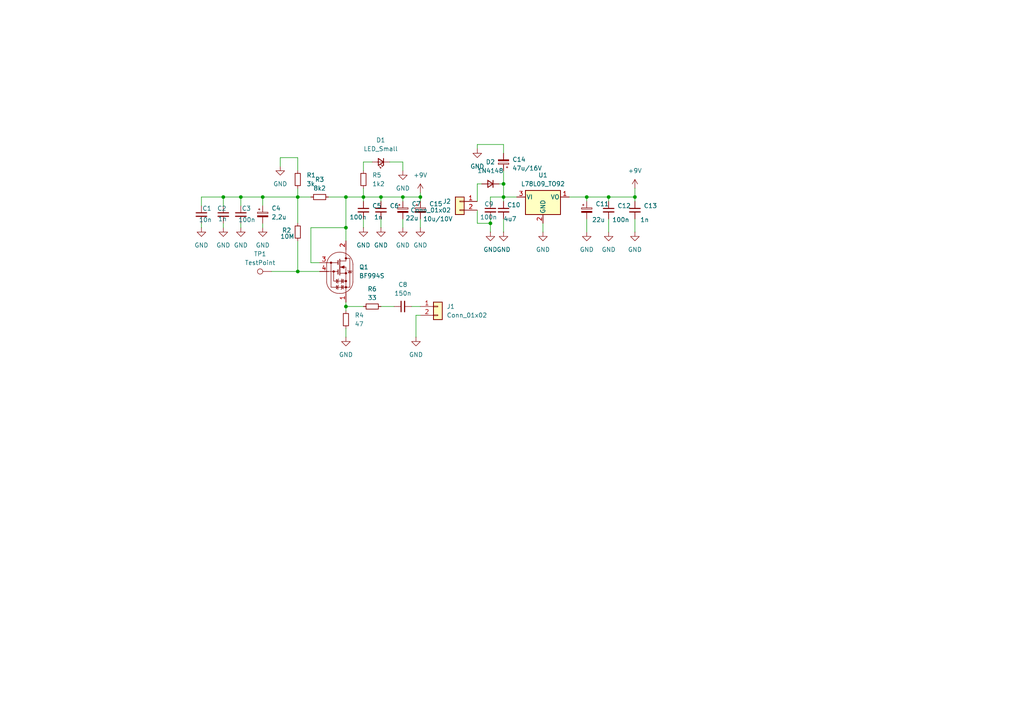
<source format=kicad_sch>
(kicad_sch
	(version 20250114)
	(generator "eeschema")
	(generator_version "9.0")
	(uuid "1ea0a7b5-7d85-4309-86d2-5786f8fe4cbc")
	(paper "A4")
	(lib_symbols
		(symbol "Connector:TestPoint"
			(pin_numbers
				(hide yes)
			)
			(pin_names
				(offset 0.762)
				(hide yes)
			)
			(exclude_from_sim no)
			(in_bom yes)
			(on_board yes)
			(property "Reference" "TP"
				(at 0 6.858 0)
				(effects
					(font
						(size 1.27 1.27)
					)
				)
			)
			(property "Value" "TestPoint"
				(at 0 5.08 0)
				(effects
					(font
						(size 1.27 1.27)
					)
				)
			)
			(property "Footprint" ""
				(at 5.08 0 0)
				(effects
					(font
						(size 1.27 1.27)
					)
					(hide yes)
				)
			)
			(property "Datasheet" "~"
				(at 5.08 0 0)
				(effects
					(font
						(size 1.27 1.27)
					)
					(hide yes)
				)
			)
			(property "Description" "test point"
				(at 0 0 0)
				(effects
					(font
						(size 1.27 1.27)
					)
					(hide yes)
				)
			)
			(property "ki_keywords" "test point tp"
				(at 0 0 0)
				(effects
					(font
						(size 1.27 1.27)
					)
					(hide yes)
				)
			)
			(property "ki_fp_filters" "Pin* Test*"
				(at 0 0 0)
				(effects
					(font
						(size 1.27 1.27)
					)
					(hide yes)
				)
			)
			(symbol "TestPoint_0_1"
				(circle
					(center 0 3.302)
					(radius 0.762)
					(stroke
						(width 0)
						(type default)
					)
					(fill
						(type none)
					)
				)
			)
			(symbol "TestPoint_1_1"
				(pin passive line
					(at 0 0 90)
					(length 2.54)
					(name "1"
						(effects
							(font
								(size 1.27 1.27)
							)
						)
					)
					(number "1"
						(effects
							(font
								(size 1.27 1.27)
							)
						)
					)
				)
			)
			(embedded_fonts no)
		)
		(symbol "Connector_Generic:Conn_01x02"
			(pin_names
				(offset 1.016)
				(hide yes)
			)
			(exclude_from_sim no)
			(in_bom yes)
			(on_board yes)
			(property "Reference" "J"
				(at 0 2.54 0)
				(effects
					(font
						(size 1.27 1.27)
					)
				)
			)
			(property "Value" "Conn_01x02"
				(at 0 -5.08 0)
				(effects
					(font
						(size 1.27 1.27)
					)
				)
			)
			(property "Footprint" ""
				(at 0 0 0)
				(effects
					(font
						(size 1.27 1.27)
					)
					(hide yes)
				)
			)
			(property "Datasheet" "~"
				(at 0 0 0)
				(effects
					(font
						(size 1.27 1.27)
					)
					(hide yes)
				)
			)
			(property "Description" "Generic connector, single row, 01x02, script generated (kicad-library-utils/schlib/autogen/connector/)"
				(at 0 0 0)
				(effects
					(font
						(size 1.27 1.27)
					)
					(hide yes)
				)
			)
			(property "ki_keywords" "connector"
				(at 0 0 0)
				(effects
					(font
						(size 1.27 1.27)
					)
					(hide yes)
				)
			)
			(property "ki_fp_filters" "Connector*:*_1x??_*"
				(at 0 0 0)
				(effects
					(font
						(size 1.27 1.27)
					)
					(hide yes)
				)
			)
			(symbol "Conn_01x02_1_1"
				(rectangle
					(start -1.27 1.27)
					(end 1.27 -3.81)
					(stroke
						(width 0.254)
						(type default)
					)
					(fill
						(type background)
					)
				)
				(rectangle
					(start -1.27 0.127)
					(end 0 -0.127)
					(stroke
						(width 0.1524)
						(type default)
					)
					(fill
						(type none)
					)
				)
				(rectangle
					(start -1.27 -2.413)
					(end 0 -2.667)
					(stroke
						(width 0.1524)
						(type default)
					)
					(fill
						(type none)
					)
				)
				(pin passive line
					(at -5.08 0 0)
					(length 3.81)
					(name "Pin_1"
						(effects
							(font
								(size 1.27 1.27)
							)
						)
					)
					(number "1"
						(effects
							(font
								(size 1.27 1.27)
							)
						)
					)
				)
				(pin passive line
					(at -5.08 -2.54 0)
					(length 3.81)
					(name "Pin_2"
						(effects
							(font
								(size 1.27 1.27)
							)
						)
					)
					(number "2"
						(effects
							(font
								(size 1.27 1.27)
							)
						)
					)
				)
			)
			(embedded_fonts no)
		)
		(symbol "Device:C_Polarized_Small"
			(pin_numbers
				(hide yes)
			)
			(pin_names
				(offset 0.254)
				(hide yes)
			)
			(exclude_from_sim no)
			(in_bom yes)
			(on_board yes)
			(property "Reference" "C"
				(at 0.254 1.778 0)
				(effects
					(font
						(size 1.27 1.27)
					)
					(justify left)
				)
			)
			(property "Value" "C_Polarized_Small"
				(at 0.254 -2.032 0)
				(effects
					(font
						(size 1.27 1.27)
					)
					(justify left)
				)
			)
			(property "Footprint" ""
				(at 0 0 0)
				(effects
					(font
						(size 1.27 1.27)
					)
					(hide yes)
				)
			)
			(property "Datasheet" "~"
				(at 0 0 0)
				(effects
					(font
						(size 1.27 1.27)
					)
					(hide yes)
				)
			)
			(property "Description" "Polarized capacitor, small symbol"
				(at 0 0 0)
				(effects
					(font
						(size 1.27 1.27)
					)
					(hide yes)
				)
			)
			(property "ki_keywords" "cap capacitor"
				(at 0 0 0)
				(effects
					(font
						(size 1.27 1.27)
					)
					(hide yes)
				)
			)
			(property "ki_fp_filters" "CP_*"
				(at 0 0 0)
				(effects
					(font
						(size 1.27 1.27)
					)
					(hide yes)
				)
			)
			(symbol "C_Polarized_Small_0_1"
				(rectangle
					(start -1.524 0.6858)
					(end 1.524 0.3048)
					(stroke
						(width 0)
						(type default)
					)
					(fill
						(type none)
					)
				)
				(rectangle
					(start -1.524 -0.3048)
					(end 1.524 -0.6858)
					(stroke
						(width 0)
						(type default)
					)
					(fill
						(type outline)
					)
				)
				(polyline
					(pts
						(xy -1.27 1.524) (xy -0.762 1.524)
					)
					(stroke
						(width 0)
						(type default)
					)
					(fill
						(type none)
					)
				)
				(polyline
					(pts
						(xy -1.016 1.27) (xy -1.016 1.778)
					)
					(stroke
						(width 0)
						(type default)
					)
					(fill
						(type none)
					)
				)
			)
			(symbol "C_Polarized_Small_1_1"
				(pin passive line
					(at 0 2.54 270)
					(length 1.8542)
					(name "~"
						(effects
							(font
								(size 1.27 1.27)
							)
						)
					)
					(number "1"
						(effects
							(font
								(size 1.27 1.27)
							)
						)
					)
				)
				(pin passive line
					(at 0 -2.54 90)
					(length 1.8542)
					(name "~"
						(effects
							(font
								(size 1.27 1.27)
							)
						)
					)
					(number "2"
						(effects
							(font
								(size 1.27 1.27)
							)
						)
					)
				)
			)
			(embedded_fonts no)
		)
		(symbol "Device:C_Small"
			(pin_numbers
				(hide yes)
			)
			(pin_names
				(offset 0.254)
				(hide yes)
			)
			(exclude_from_sim no)
			(in_bom yes)
			(on_board yes)
			(property "Reference" "C"
				(at 0.254 1.778 0)
				(effects
					(font
						(size 1.27 1.27)
					)
					(justify left)
				)
			)
			(property "Value" "C_Small"
				(at 0.254 -2.032 0)
				(effects
					(font
						(size 1.27 1.27)
					)
					(justify left)
				)
			)
			(property "Footprint" ""
				(at 0 0 0)
				(effects
					(font
						(size 1.27 1.27)
					)
					(hide yes)
				)
			)
			(property "Datasheet" "~"
				(at 0 0 0)
				(effects
					(font
						(size 1.27 1.27)
					)
					(hide yes)
				)
			)
			(property "Description" "Unpolarized capacitor, small symbol"
				(at 0 0 0)
				(effects
					(font
						(size 1.27 1.27)
					)
					(hide yes)
				)
			)
			(property "ki_keywords" "capacitor cap"
				(at 0 0 0)
				(effects
					(font
						(size 1.27 1.27)
					)
					(hide yes)
				)
			)
			(property "ki_fp_filters" "C_*"
				(at 0 0 0)
				(effects
					(font
						(size 1.27 1.27)
					)
					(hide yes)
				)
			)
			(symbol "C_Small_0_1"
				(polyline
					(pts
						(xy -1.524 0.508) (xy 1.524 0.508)
					)
					(stroke
						(width 0.3048)
						(type default)
					)
					(fill
						(type none)
					)
				)
				(polyline
					(pts
						(xy -1.524 -0.508) (xy 1.524 -0.508)
					)
					(stroke
						(width 0.3302)
						(type default)
					)
					(fill
						(type none)
					)
				)
			)
			(symbol "C_Small_1_1"
				(pin passive line
					(at 0 2.54 270)
					(length 2.032)
					(name "~"
						(effects
							(font
								(size 1.27 1.27)
							)
						)
					)
					(number "1"
						(effects
							(font
								(size 1.27 1.27)
							)
						)
					)
				)
				(pin passive line
					(at 0 -2.54 90)
					(length 2.032)
					(name "~"
						(effects
							(font
								(size 1.27 1.27)
							)
						)
					)
					(number "2"
						(effects
							(font
								(size 1.27 1.27)
							)
						)
					)
				)
			)
			(embedded_fonts no)
		)
		(symbol "Device:D_Small"
			(pin_numbers
				(hide yes)
			)
			(pin_names
				(offset 0.254)
				(hide yes)
			)
			(exclude_from_sim no)
			(in_bom yes)
			(on_board yes)
			(property "Reference" "D"
				(at -1.27 2.032 0)
				(effects
					(font
						(size 1.27 1.27)
					)
					(justify left)
				)
			)
			(property "Value" "D_Small"
				(at -3.81 -2.032 0)
				(effects
					(font
						(size 1.27 1.27)
					)
					(justify left)
				)
			)
			(property "Footprint" ""
				(at 0 0 90)
				(effects
					(font
						(size 1.27 1.27)
					)
					(hide yes)
				)
			)
			(property "Datasheet" "~"
				(at 0 0 90)
				(effects
					(font
						(size 1.27 1.27)
					)
					(hide yes)
				)
			)
			(property "Description" "Diode, small symbol"
				(at 0 0 0)
				(effects
					(font
						(size 1.27 1.27)
					)
					(hide yes)
				)
			)
			(property "Sim.Device" "D"
				(at 0 0 0)
				(effects
					(font
						(size 1.27 1.27)
					)
					(hide yes)
				)
			)
			(property "Sim.Pins" "1=K 2=A"
				(at 0 0 0)
				(effects
					(font
						(size 1.27 1.27)
					)
					(hide yes)
				)
			)
			(property "ki_keywords" "diode"
				(at 0 0 0)
				(effects
					(font
						(size 1.27 1.27)
					)
					(hide yes)
				)
			)
			(property "ki_fp_filters" "TO-???* *_Diode_* *SingleDiode* D_*"
				(at 0 0 0)
				(effects
					(font
						(size 1.27 1.27)
					)
					(hide yes)
				)
			)
			(symbol "D_Small_0_1"
				(polyline
					(pts
						(xy -0.762 0) (xy 0.762 0)
					)
					(stroke
						(width 0)
						(type default)
					)
					(fill
						(type none)
					)
				)
				(polyline
					(pts
						(xy -0.762 -1.016) (xy -0.762 1.016)
					)
					(stroke
						(width 0.254)
						(type default)
					)
					(fill
						(type none)
					)
				)
				(polyline
					(pts
						(xy 0.762 -1.016) (xy -0.762 0) (xy 0.762 1.016) (xy 0.762 -1.016)
					)
					(stroke
						(width 0.254)
						(type default)
					)
					(fill
						(type none)
					)
				)
			)
			(symbol "D_Small_1_1"
				(pin passive line
					(at -2.54 0 0)
					(length 1.778)
					(name "K"
						(effects
							(font
								(size 1.27 1.27)
							)
						)
					)
					(number "1"
						(effects
							(font
								(size 1.27 1.27)
							)
						)
					)
				)
				(pin passive line
					(at 2.54 0 180)
					(length 1.778)
					(name "A"
						(effects
							(font
								(size 1.27 1.27)
							)
						)
					)
					(number "2"
						(effects
							(font
								(size 1.27 1.27)
							)
						)
					)
				)
			)
			(embedded_fonts no)
		)
		(symbol "Device:LED_Small"
			(pin_numbers
				(hide yes)
			)
			(pin_names
				(offset 0.254)
				(hide yes)
			)
			(exclude_from_sim no)
			(in_bom yes)
			(on_board yes)
			(property "Reference" "D"
				(at -1.27 3.175 0)
				(effects
					(font
						(size 1.27 1.27)
					)
					(justify left)
				)
			)
			(property "Value" "LED_Small"
				(at -4.445 -2.54 0)
				(effects
					(font
						(size 1.27 1.27)
					)
					(justify left)
				)
			)
			(property "Footprint" ""
				(at 0 0 90)
				(effects
					(font
						(size 1.27 1.27)
					)
					(hide yes)
				)
			)
			(property "Datasheet" "~"
				(at 0 0 90)
				(effects
					(font
						(size 1.27 1.27)
					)
					(hide yes)
				)
			)
			(property "Description" "Light emitting diode, small symbol"
				(at 0 0 0)
				(effects
					(font
						(size 1.27 1.27)
					)
					(hide yes)
				)
			)
			(property "Sim.Pin" "1=K 2=A"
				(at 0 0 0)
				(effects
					(font
						(size 1.27 1.27)
					)
					(hide yes)
				)
			)
			(property "ki_keywords" "LED diode light-emitting-diode"
				(at 0 0 0)
				(effects
					(font
						(size 1.27 1.27)
					)
					(hide yes)
				)
			)
			(property "ki_fp_filters" "LED* LED_SMD:* LED_THT:*"
				(at 0 0 0)
				(effects
					(font
						(size 1.27 1.27)
					)
					(hide yes)
				)
			)
			(symbol "LED_Small_0_1"
				(polyline
					(pts
						(xy -0.762 -1.016) (xy -0.762 1.016)
					)
					(stroke
						(width 0.254)
						(type default)
					)
					(fill
						(type none)
					)
				)
				(polyline
					(pts
						(xy 0 0.762) (xy -0.508 1.27) (xy -0.254 1.27) (xy -0.508 1.27) (xy -0.508 1.016)
					)
					(stroke
						(width 0)
						(type default)
					)
					(fill
						(type none)
					)
				)
				(polyline
					(pts
						(xy 0.508 1.27) (xy 0 1.778) (xy 0.254 1.778) (xy 0 1.778) (xy 0 1.524)
					)
					(stroke
						(width 0)
						(type default)
					)
					(fill
						(type none)
					)
				)
				(polyline
					(pts
						(xy 0.762 -1.016) (xy -0.762 0) (xy 0.762 1.016) (xy 0.762 -1.016)
					)
					(stroke
						(width 0.254)
						(type default)
					)
					(fill
						(type none)
					)
				)
				(polyline
					(pts
						(xy 1.016 0) (xy -0.762 0)
					)
					(stroke
						(width 0)
						(type default)
					)
					(fill
						(type none)
					)
				)
			)
			(symbol "LED_Small_1_1"
				(pin passive line
					(at -2.54 0 0)
					(length 1.778)
					(name "K"
						(effects
							(font
								(size 1.27 1.27)
							)
						)
					)
					(number "1"
						(effects
							(font
								(size 1.27 1.27)
							)
						)
					)
				)
				(pin passive line
					(at 2.54 0 180)
					(length 1.778)
					(name "A"
						(effects
							(font
								(size 1.27 1.27)
							)
						)
					)
					(number "2"
						(effects
							(font
								(size 1.27 1.27)
							)
						)
					)
				)
			)
			(embedded_fonts no)
		)
		(symbol "Device:R_Small"
			(pin_numbers
				(hide yes)
			)
			(pin_names
				(offset 0.254)
				(hide yes)
			)
			(exclude_from_sim no)
			(in_bom yes)
			(on_board yes)
			(property "Reference" "R"
				(at 0.762 0.508 0)
				(effects
					(font
						(size 1.27 1.27)
					)
					(justify left)
				)
			)
			(property "Value" "R_Small"
				(at 0.762 -1.016 0)
				(effects
					(font
						(size 1.27 1.27)
					)
					(justify left)
				)
			)
			(property "Footprint" ""
				(at 0 0 0)
				(effects
					(font
						(size 1.27 1.27)
					)
					(hide yes)
				)
			)
			(property "Datasheet" "~"
				(at 0 0 0)
				(effects
					(font
						(size 1.27 1.27)
					)
					(hide yes)
				)
			)
			(property "Description" "Resistor, small symbol"
				(at 0 0 0)
				(effects
					(font
						(size 1.27 1.27)
					)
					(hide yes)
				)
			)
			(property "ki_keywords" "R resistor"
				(at 0 0 0)
				(effects
					(font
						(size 1.27 1.27)
					)
					(hide yes)
				)
			)
			(property "ki_fp_filters" "R_*"
				(at 0 0 0)
				(effects
					(font
						(size 1.27 1.27)
					)
					(hide yes)
				)
			)
			(symbol "R_Small_0_1"
				(rectangle
					(start -0.762 1.778)
					(end 0.762 -1.778)
					(stroke
						(width 0.2032)
						(type default)
					)
					(fill
						(type none)
					)
				)
			)
			(symbol "R_Small_1_1"
				(pin passive line
					(at 0 2.54 270)
					(length 0.762)
					(name "~"
						(effects
							(font
								(size 1.27 1.27)
							)
						)
					)
					(number "1"
						(effects
							(font
								(size 1.27 1.27)
							)
						)
					)
				)
				(pin passive line
					(at 0 -2.54 90)
					(length 0.762)
					(name "~"
						(effects
							(font
								(size 1.27 1.27)
							)
						)
					)
					(number "2"
						(effects
							(font
								(size 1.27 1.27)
							)
						)
					)
				)
			)
			(embedded_fonts no)
		)
		(symbol "Regulator_Linear:L78L09_TO92"
			(pin_names
				(offset 0.254)
			)
			(exclude_from_sim no)
			(in_bom yes)
			(on_board yes)
			(property "Reference" "U"
				(at -3.81 3.175 0)
				(effects
					(font
						(size 1.27 1.27)
					)
				)
			)
			(property "Value" "L78L09_TO92"
				(at 0 3.175 0)
				(effects
					(font
						(size 1.27 1.27)
					)
					(justify left)
				)
			)
			(property "Footprint" "Package_TO_SOT_THT:TO-92_Inline"
				(at 0 5.715 0)
				(effects
					(font
						(size 1.27 1.27)
						(italic yes)
					)
					(hide yes)
				)
			)
			(property "Datasheet" "http://www.st.com/content/ccc/resource/technical/document/datasheet/15/55/e5/aa/23/5b/43/fd/CD00000446.pdf/files/CD00000446.pdf/jcr:content/translations/en.CD00000446.pdf"
				(at 0 -1.27 0)
				(effects
					(font
						(size 1.27 1.27)
					)
					(hide yes)
				)
			)
			(property "Description" "Positive 100mA 30V Linear Regulator, Fixed Output 9V, TO-92"
				(at 0 0 0)
				(effects
					(font
						(size 1.27 1.27)
					)
					(hide yes)
				)
			)
			(property "ki_keywords" "Voltage Regulator 100mA Positive"
				(at 0 0 0)
				(effects
					(font
						(size 1.27 1.27)
					)
					(hide yes)
				)
			)
			(property "ki_fp_filters" "TO?92*"
				(at 0 0 0)
				(effects
					(font
						(size 1.27 1.27)
					)
					(hide yes)
				)
			)
			(symbol "L78L09_TO92_0_1"
				(rectangle
					(start -5.08 -5.08)
					(end 5.08 1.905)
					(stroke
						(width 0.254)
						(type default)
					)
					(fill
						(type background)
					)
				)
			)
			(symbol "L78L09_TO92_1_1"
				(pin power_in line
					(at -7.62 0 0)
					(length 2.54)
					(name "VI"
						(effects
							(font
								(size 1.27 1.27)
							)
						)
					)
					(number "3"
						(effects
							(font
								(size 1.27 1.27)
							)
						)
					)
				)
				(pin power_in line
					(at 0 -7.62 90)
					(length 2.54)
					(name "GND"
						(effects
							(font
								(size 1.27 1.27)
							)
						)
					)
					(number "2"
						(effects
							(font
								(size 1.27 1.27)
							)
						)
					)
				)
				(pin power_out line
					(at 7.62 0 180)
					(length 2.54)
					(name "VO"
						(effects
							(font
								(size 1.27 1.27)
							)
						)
					)
					(number "1"
						(effects
							(font
								(size 1.27 1.27)
							)
						)
					)
				)
			)
			(embedded_fonts no)
		)
		(symbol "Transistor_FET:BF994S"
			(pin_names
				(hide yes)
			)
			(exclude_from_sim no)
			(in_bom yes)
			(on_board yes)
			(property "Reference" "Q"
				(at 5.08 3.175 0)
				(effects
					(font
						(size 1.27 1.27)
					)
					(justify left)
				)
			)
			(property "Value" "BF994S"
				(at 5.207 1.27 0)
				(effects
					(font
						(size 1.27 1.27)
					)
					(justify left)
				)
			)
			(property "Footprint" "Package_TO_SOT_SMD:SOT-143"
				(at 5.207 -3.81 0)
				(effects
					(font
						(size 1.27 1.27)
						(italic yes)
					)
					(justify left)
					(hide yes)
				)
			)
			(property "Datasheet" "https://www.nxp.com/docs/en/data-sheet/BF994S.pdf"
				(at 5.207 -1.27 0)
				(effects
					(font
						(size 1.27 1.27)
					)
					(justify left)
					(hide yes)
				)
			)
			(property "Description" "VHF N-channel dual-gate MOS-FET, SOT-143"
				(at 0 0 0)
				(effects
					(font
						(size 1.27 1.27)
					)
					(hide yes)
				)
			)
			(property "ki_keywords" "N-Channel MOSFET"
				(at 0 0 0)
				(effects
					(font
						(size 1.27 1.27)
					)
					(hide yes)
				)
			)
			(property "ki_fp_filters" "SOT*143*"
				(at 0 0 0)
				(effects
					(font
						(size 1.27 1.27)
					)
					(hide yes)
				)
			)
			(symbol "BF994S_0_1"
				(circle
					(center -1.778 2.54)
					(radius 0.254)
					(stroke
						(width 0)
						(type default)
					)
					(fill
						(type outline)
					)
				)
				(circle
					(center -1.016 0)
					(radius 0.254)
					(stroke
						(width 0)
						(type default)
					)
					(fill
						(type outline)
					)
				)
				(polyline
					(pts
						(xy 0.254 3.175) (xy 0.254 2.032)
					)
					(stroke
						(width 0.254)
						(type default)
					)
					(fill
						(type none)
					)
				)
				(polyline
					(pts
						(xy 0.254 2.54) (xy -2.54 2.54)
					)
					(stroke
						(width 0)
						(type default)
					)
					(fill
						(type none)
					)
				)
				(polyline
					(pts
						(xy 0.254 0.508) (xy 0.254 -0.762)
					)
					(stroke
						(width 0.254)
						(type default)
					)
					(fill
						(type none)
					)
				)
				(polyline
					(pts
						(xy 0.254 0) (xy -2.54 0)
					)
					(stroke
						(width 0)
						(type default)
					)
					(fill
						(type none)
					)
				)
				(polyline
					(pts
						(xy 0.254 -2.286) (xy 0.254 -3.302)
					)
					(stroke
						(width 0)
						(type default)
					)
					(fill
						(type none)
					)
				)
				(polyline
					(pts
						(xy 0.254 -2.794) (xy -0.254 -2.286) (xy -0.254 -3.302) (xy 0.254 -2.794)
					)
					(stroke
						(width 0)
						(type default)
					)
					(fill
						(type none)
					)
				)
				(polyline
					(pts
						(xy 0.254 -3.302) (xy 0.127 -3.429)
					)
					(stroke
						(width 0)
						(type default)
					)
					(fill
						(type none)
					)
				)
				(polyline
					(pts
						(xy 0.254 -4.064) (xy 0.254 -5.08)
					)
					(stroke
						(width 0)
						(type default)
					)
					(fill
						(type none)
					)
				)
				(polyline
					(pts
						(xy 0.254 -4.572) (xy -0.254 -4.064) (xy -0.254 -5.08) (xy 0.254 -4.572)
					)
					(stroke
						(width 0)
						(type default)
					)
					(fill
						(type none)
					)
				)
				(polyline
					(pts
						(xy 0.254 -5.08) (xy 0.127 -5.207)
					)
					(stroke
						(width 0)
						(type default)
					)
					(fill
						(type none)
					)
				)
				(polyline
					(pts
						(xy 0.381 -2.159) (xy 0.254 -2.286)
					)
					(stroke
						(width 0)
						(type default)
					)
					(fill
						(type none)
					)
				)
				(polyline
					(pts
						(xy 0.381 -3.937) (xy 0.254 -4.064)
					)
					(stroke
						(width 0)
						(type default)
					)
					(fill
						(type none)
					)
				)
				(polyline
					(pts
						(xy 0.762 3.556) (xy 0.762 -1.016)
					)
					(stroke
						(width 0.254)
						(type default)
					)
					(fill
						(type none)
					)
				)
				(polyline
					(pts
						(xy 0.762 3.048) (xy 2.54 3.048)
					)
					(stroke
						(width 0)
						(type default)
					)
					(fill
						(type none)
					)
				)
				(polyline
					(pts
						(xy 0.762 -0.508) (xy 2.54 -0.508)
					)
					(stroke
						(width 0)
						(type default)
					)
					(fill
						(type none)
					)
				)
				(polyline
					(pts
						(xy 1.016 1.27) (xy 2.032 1.651) (xy 2.032 0.889) (xy 1.016 1.27)
					)
					(stroke
						(width 0)
						(type default)
					)
					(fill
						(type outline)
					)
				)
				(polyline
					(pts
						(xy 1.27 -2.286) (xy 1.27 -3.302)
					)
					(stroke
						(width 0)
						(type default)
					)
					(fill
						(type none)
					)
				)
				(polyline
					(pts
						(xy 1.27 -2.794) (xy 1.778 -2.286) (xy 1.778 -3.302) (xy 1.27 -2.794)
					)
					(stroke
						(width 0)
						(type default)
					)
					(fill
						(type none)
					)
				)
				(polyline
					(pts
						(xy 1.27 -3.302) (xy 1.143 -3.429)
					)
					(stroke
						(width 0)
						(type default)
					)
					(fill
						(type none)
					)
				)
				(polyline
					(pts
						(xy 1.27 -4.064) (xy 1.27 -5.08)
					)
					(stroke
						(width 0)
						(type default)
					)
					(fill
						(type none)
					)
				)
				(polyline
					(pts
						(xy 1.27 -4.572) (xy 1.778 -4.064) (xy 1.778 -5.08) (xy 1.27 -4.572)
					)
					(stroke
						(width 0)
						(type default)
					)
					(fill
						(type none)
					)
				)
				(polyline
					(pts
						(xy 1.27 -5.08) (xy 1.143 -5.207)
					)
					(stroke
						(width 0)
						(type default)
					)
					(fill
						(type none)
					)
				)
				(polyline
					(pts
						(xy 1.397 -2.159) (xy 1.27 -2.286)
					)
					(stroke
						(width 0)
						(type default)
					)
					(fill
						(type none)
					)
				)
				(polyline
					(pts
						(xy 1.397 -3.937) (xy 1.27 -4.064)
					)
					(stroke
						(width 0)
						(type default)
					)
					(fill
						(type none)
					)
				)
				(polyline
					(pts
						(xy 2.54 6.35) (xy 2.54 3.048)
					)
					(stroke
						(width 0)
						(type default)
					)
					(fill
						(type none)
					)
				)
				(circle
					(center 2.54 3.81)
					(radius 0.254)
					(stroke
						(width 0)
						(type default)
					)
					(fill
						(type outline)
					)
				)
				(circle
					(center 2.54 -0.508)
					(radius 0.254)
					(stroke
						(width 0)
						(type default)
					)
					(fill
						(type outline)
					)
				)
				(polyline
					(pts
						(xy 2.54 -2.794) (xy -1.016 -2.794) (xy -1.016 0)
					)
					(stroke
						(width 0)
						(type default)
					)
					(fill
						(type none)
					)
				)
				(circle
					(center 2.54 -2.794)
					(radius 0.254)
					(stroke
						(width 0)
						(type default)
					)
					(fill
						(type outline)
					)
				)
				(circle
					(center 2.54 -4.572)
					(radius 0.254)
					(stroke
						(width 0)
						(type default)
					)
					(fill
						(type outline)
					)
				)
				(polyline
					(pts
						(xy 2.54 -6.35) (xy 2.54 1.27) (xy 0.762 1.27)
					)
					(stroke
						(width 0)
						(type default)
					)
					(fill
						(type none)
					)
				)
				(polyline
					(pts
						(xy 2.794 -4.572) (xy 3.683 -4.572) (xy 3.683 3.81) (xy 2.794 3.81)
					)
					(stroke
						(width 0)
						(type default)
					)
					(fill
						(type none)
					)
				)
				(polyline
					(pts
						(xy 3.683 0.127) (xy 4.191 -0.381) (xy 3.175 -0.381) (xy 3.683 0.127)
					)
					(stroke
						(width 0)
						(type default)
					)
					(fill
						(type none)
					)
				)
				(polyline
					(pts
						(xy 4.191 0.127) (xy 4.318 0)
					)
					(stroke
						(width 0)
						(type default)
					)
					(fill
						(type none)
					)
				)
				(polyline
					(pts
						(xy 4.191 0.127) (xy 3.175 0.127) (xy 3.048 0.254)
					)
					(stroke
						(width 0)
						(type default)
					)
					(fill
						(type none)
					)
				)
			)
			(symbol "BF994S_1_1"
				(polyline
					(pts
						(xy -3.048 -3.048) (xy -3.048 2.032)
					)
					(stroke
						(width 0)
						(type default)
					)
					(fill
						(type none)
					)
				)
				(arc
					(start 0.762 -6.35)
					(mid -1.8266 -5.4878)
					(end -3.048 -3.048)
					(stroke
						(width 0)
						(type default)
					)
					(fill
						(type none)
					)
				)
				(arc
					(start -3.048 2.032)
					(mid -1.8782 4.5977)
					(end 0.762 5.588)
					(stroke
						(width 0)
						(type default)
					)
					(fill
						(type none)
					)
				)
				(arc
					(start 0.762 5.588)
					(mid 3.4031 4.5987)
					(end 4.572 2.032)
					(stroke
						(width 0)
						(type default)
					)
					(fill
						(type none)
					)
				)
				(arc
					(start 4.572 -3.048)
					(mid 3.3505 -5.4877)
					(end 0.762 -6.35)
					(stroke
						(width 0)
						(type default)
					)
					(fill
						(type none)
					)
				)
				(polyline
					(pts
						(xy 2.54 -4.572) (xy -1.778 -4.572) (xy -1.778 2.54)
					)
					(stroke
						(width 0)
						(type default)
					)
					(fill
						(type none)
					)
				)
				(polyline
					(pts
						(xy 4.572 2.032) (xy 4.572 -3.048)
					)
					(stroke
						(width 0)
						(type default)
					)
					(fill
						(type none)
					)
				)
				(pin input line
					(at -5.08 2.54 0)
					(length 2.54)
					(name "G2"
						(effects
							(font
								(size 1.27 1.27)
							)
						)
					)
					(number "3"
						(effects
							(font
								(size 1.27 1.27)
							)
						)
					)
				)
				(pin input line
					(at -5.08 0 0)
					(length 2.54)
					(name "G1"
						(effects
							(font
								(size 1.27 1.27)
							)
						)
					)
					(number "4"
						(effects
							(font
								(size 1.27 1.27)
							)
						)
					)
				)
				(pin passive line
					(at 2.54 8.89 270)
					(length 2.54)
					(name "D"
						(effects
							(font
								(size 1.27 1.27)
							)
						)
					)
					(number "2"
						(effects
							(font
								(size 1.27 1.27)
							)
						)
					)
				)
				(pin passive line
					(at 2.54 -8.89 90)
					(length 2.54)
					(name "S"
						(effects
							(font
								(size 1.27 1.27)
							)
						)
					)
					(number "1"
						(effects
							(font
								(size 1.27 1.27)
							)
						)
					)
				)
			)
			(embedded_fonts no)
		)
		(symbol "power:+9V"
			(power)
			(pin_numbers
				(hide yes)
			)
			(pin_names
				(offset 0)
				(hide yes)
			)
			(exclude_from_sim no)
			(in_bom yes)
			(on_board yes)
			(property "Reference" "#PWR"
				(at 0 -3.81 0)
				(effects
					(font
						(size 1.27 1.27)
					)
					(hide yes)
				)
			)
			(property "Value" "+9V"
				(at 0 3.556 0)
				(effects
					(font
						(size 1.27 1.27)
					)
				)
			)
			(property "Footprint" ""
				(at 0 0 0)
				(effects
					(font
						(size 1.27 1.27)
					)
					(hide yes)
				)
			)
			(property "Datasheet" ""
				(at 0 0 0)
				(effects
					(font
						(size 1.27 1.27)
					)
					(hide yes)
				)
			)
			(property "Description" "Power symbol creates a global label with name \"+9V\""
				(at 0 0 0)
				(effects
					(font
						(size 1.27 1.27)
					)
					(hide yes)
				)
			)
			(property "ki_keywords" "global power"
				(at 0 0 0)
				(effects
					(font
						(size 1.27 1.27)
					)
					(hide yes)
				)
			)
			(symbol "+9V_0_1"
				(polyline
					(pts
						(xy -0.762 1.27) (xy 0 2.54)
					)
					(stroke
						(width 0)
						(type default)
					)
					(fill
						(type none)
					)
				)
				(polyline
					(pts
						(xy 0 2.54) (xy 0.762 1.27)
					)
					(stroke
						(width 0)
						(type default)
					)
					(fill
						(type none)
					)
				)
				(polyline
					(pts
						(xy 0 0) (xy 0 2.54)
					)
					(stroke
						(width 0)
						(type default)
					)
					(fill
						(type none)
					)
				)
			)
			(symbol "+9V_1_1"
				(pin power_in line
					(at 0 0 90)
					(length 0)
					(name "~"
						(effects
							(font
								(size 1.27 1.27)
							)
						)
					)
					(number "1"
						(effects
							(font
								(size 1.27 1.27)
							)
						)
					)
				)
			)
			(embedded_fonts no)
		)
		(symbol "power:GND"
			(power)
			(pin_numbers
				(hide yes)
			)
			(pin_names
				(offset 0)
				(hide yes)
			)
			(exclude_from_sim no)
			(in_bom yes)
			(on_board yes)
			(property "Reference" "#PWR"
				(at 0 -6.35 0)
				(effects
					(font
						(size 1.27 1.27)
					)
					(hide yes)
				)
			)
			(property "Value" "GND"
				(at 0 -3.81 0)
				(effects
					(font
						(size 1.27 1.27)
					)
				)
			)
			(property "Footprint" ""
				(at 0 0 0)
				(effects
					(font
						(size 1.27 1.27)
					)
					(hide yes)
				)
			)
			(property "Datasheet" ""
				(at 0 0 0)
				(effects
					(font
						(size 1.27 1.27)
					)
					(hide yes)
				)
			)
			(property "Description" "Power symbol creates a global label with name \"GND\" , ground"
				(at 0 0 0)
				(effects
					(font
						(size 1.27 1.27)
					)
					(hide yes)
				)
			)
			(property "ki_keywords" "global power"
				(at 0 0 0)
				(effects
					(font
						(size 1.27 1.27)
					)
					(hide yes)
				)
			)
			(symbol "GND_0_1"
				(polyline
					(pts
						(xy 0 0) (xy 0 -1.27) (xy 1.27 -1.27) (xy 0 -2.54) (xy -1.27 -1.27) (xy 0 -1.27)
					)
					(stroke
						(width 0)
						(type default)
					)
					(fill
						(type none)
					)
				)
			)
			(symbol "GND_1_1"
				(pin power_in line
					(at 0 0 270)
					(length 0)
					(name "~"
						(effects
							(font
								(size 1.27 1.27)
							)
						)
					)
					(number "1"
						(effects
							(font
								(size 1.27 1.27)
							)
						)
					)
				)
			)
			(embedded_fonts no)
		)
	)
	(junction
		(at 170.18 57.15)
		(diameter 0)
		(color 0 0 0 0)
		(uuid "06b741b3-41b6-4b20-9352-2148e0cab5d1")
	)
	(junction
		(at 100.33 66.04)
		(diameter 0)
		(color 0 0 0 0)
		(uuid "1513f7bd-40a5-4d1f-b3f4-6a7b45db7df0")
	)
	(junction
		(at 146.05 57.15)
		(diameter 0)
		(color 0 0 0 0)
		(uuid "3bf578d0-7f8b-491c-81a4-10c384197c77")
	)
	(junction
		(at 110.49 57.15)
		(diameter 0)
		(color 0 0 0 0)
		(uuid "48f39a22-80e0-4e45-a326-61f677a6ad80")
	)
	(junction
		(at 100.33 57.15)
		(diameter 0)
		(color 0 0 0 0)
		(uuid "568d92b9-99d7-422c-8be2-a6aa7bc42f74")
	)
	(junction
		(at 146.05 53.34)
		(diameter 0)
		(color 0 0 0 0)
		(uuid "6195f6dd-78ec-4fe2-9bfb-1c9afadbc357")
	)
	(junction
		(at 86.36 78.74)
		(diameter 0)
		(color 0 0 0 0)
		(uuid "7345171d-7774-49c3-bf19-6f8a116d6292")
	)
	(junction
		(at 64.77 57.15)
		(diameter 0)
		(color 0 0 0 0)
		(uuid "945811ec-0e53-47c7-8ee9-eeb04fb38351")
	)
	(junction
		(at 76.2 57.15)
		(diameter 0)
		(color 0 0 0 0)
		(uuid "b3c5b26b-ba25-43b9-abea-dadb9483e6b7")
	)
	(junction
		(at 176.53 57.15)
		(diameter 0)
		(color 0 0 0 0)
		(uuid "bdaac63f-62bf-4466-a98a-607328284412")
	)
	(junction
		(at 69.85 57.15)
		(diameter 0)
		(color 0 0 0 0)
		(uuid "c7cf46ac-c676-4fc1-b767-13f85680bda1")
	)
	(junction
		(at 100.33 88.9)
		(diameter 0)
		(color 0 0 0 0)
		(uuid "c903fead-0fd8-401e-9e37-a8ccb46a4010")
	)
	(junction
		(at 116.84 57.15)
		(diameter 0)
		(color 0 0 0 0)
		(uuid "cb6ec382-659c-4939-a373-1fa1da01bf1b")
	)
	(junction
		(at 86.36 57.15)
		(diameter 0)
		(color 0 0 0 0)
		(uuid "d071587c-7847-45d9-8b3a-a2cdb8b8a1bc")
	)
	(junction
		(at 105.41 57.15)
		(diameter 0)
		(color 0 0 0 0)
		(uuid "dbae1525-ecb7-4896-b3a6-371b2e7f1820")
	)
	(junction
		(at 121.92 57.15)
		(diameter 0)
		(color 0 0 0 0)
		(uuid "df1ceb44-2a71-40a0-aa3f-674fecd5767e")
	)
	(junction
		(at 184.15 57.15)
		(diameter 0)
		(color 0 0 0 0)
		(uuid "f08ce6fe-bade-4803-ae42-9b9b290d2744")
	)
	(junction
		(at 142.24 64.77)
		(diameter 0)
		(color 0 0 0 0)
		(uuid "fed91875-f045-4187-8d4e-4ebadd30e47c")
	)
	(wire
		(pts
			(xy 170.18 67.31) (xy 170.18 63.5)
		)
		(stroke
			(width 0)
			(type default)
		)
		(uuid "01b463a9-12c8-4856-a0fe-f1ca10e411cd")
	)
	(wire
		(pts
			(xy 69.85 57.15) (xy 69.85 59.69)
		)
		(stroke
			(width 0)
			(type default)
		)
		(uuid "030e478f-6b73-4ee1-9f44-0003b08fe0f6")
	)
	(wire
		(pts
			(xy 170.18 57.15) (xy 176.53 57.15)
		)
		(stroke
			(width 0)
			(type default)
		)
		(uuid "03c8ac30-c161-43a6-a4f9-d6c169032168")
	)
	(wire
		(pts
			(xy 105.41 46.99) (xy 105.41 49.53)
		)
		(stroke
			(width 0)
			(type default)
		)
		(uuid "04a85dbb-7e58-4f64-b58a-4e4aee7a0f8c")
	)
	(wire
		(pts
			(xy 146.05 41.91) (xy 146.05 44.45)
		)
		(stroke
			(width 0)
			(type default)
		)
		(uuid "05251c54-e790-4552-a86e-7276fa3e407e")
	)
	(wire
		(pts
			(xy 86.36 54.61) (xy 86.36 57.15)
		)
		(stroke
			(width 0)
			(type default)
		)
		(uuid "0ab946e1-effc-4f13-b834-7701611a1c97")
	)
	(wire
		(pts
			(xy 100.33 57.15) (xy 100.33 66.04)
		)
		(stroke
			(width 0)
			(type default)
		)
		(uuid "0b704d73-d164-4ede-ab8e-b5f761db5c8d")
	)
	(wire
		(pts
			(xy 176.53 57.15) (xy 184.15 57.15)
		)
		(stroke
			(width 0)
			(type default)
		)
		(uuid "0df25d67-3720-486f-ace3-82e3a1182aac")
	)
	(wire
		(pts
			(xy 100.33 95.25) (xy 100.33 97.79)
		)
		(stroke
			(width 0)
			(type default)
		)
		(uuid "0e2db814-c74d-4e47-be04-cbff770eddf9")
	)
	(wire
		(pts
			(xy 105.41 54.61) (xy 105.41 57.15)
		)
		(stroke
			(width 0)
			(type default)
		)
		(uuid "101fbbb6-eeb3-40ad-a9ec-9ad83bfc285a")
	)
	(wire
		(pts
			(xy 100.33 88.9) (xy 105.41 88.9)
		)
		(stroke
			(width 0)
			(type default)
		)
		(uuid "13109263-3d1b-4c01-8701-ce65a17a61de")
	)
	(wire
		(pts
			(xy 121.92 63.5) (xy 121.92 66.04)
		)
		(stroke
			(width 0)
			(type default)
		)
		(uuid "14e6b13e-9986-4ef1-913e-f24ad36dece2")
	)
	(wire
		(pts
			(xy 100.33 88.9) (xy 100.33 90.17)
		)
		(stroke
			(width 0)
			(type default)
		)
		(uuid "1e9fb92a-eec1-4284-8e6f-1141238a7815")
	)
	(wire
		(pts
			(xy 138.43 60.96) (xy 138.43 64.77)
		)
		(stroke
			(width 0)
			(type default)
		)
		(uuid "1ec38678-1ad8-4bfe-b94c-44ec662c23a7")
	)
	(wire
		(pts
			(xy 119.38 88.9) (xy 121.92 88.9)
		)
		(stroke
			(width 0)
			(type default)
		)
		(uuid "283021da-715f-43dc-ab7f-bca9baef3c4c")
	)
	(wire
		(pts
			(xy 76.2 59.69) (xy 76.2 57.15)
		)
		(stroke
			(width 0)
			(type default)
		)
		(uuid "2fd3c150-d5ff-423f-be5e-92c44b19be41")
	)
	(wire
		(pts
			(xy 86.36 57.15) (xy 90.17 57.15)
		)
		(stroke
			(width 0)
			(type default)
		)
		(uuid "39668482-caf8-4717-b46f-fff03654ab6f")
	)
	(wire
		(pts
			(xy 64.77 59.69) (xy 64.77 57.15)
		)
		(stroke
			(width 0)
			(type default)
		)
		(uuid "3bc6a90c-d40d-4944-a062-822311bafa3a")
	)
	(wire
		(pts
			(xy 184.15 54.61) (xy 184.15 57.15)
		)
		(stroke
			(width 0)
			(type default)
		)
		(uuid "3d59e7ff-01a8-412c-bfe3-c40356841430")
	)
	(wire
		(pts
			(xy 146.05 53.34) (xy 146.05 57.15)
		)
		(stroke
			(width 0)
			(type default)
		)
		(uuid "40ae044c-e207-496b-8b69-6f7c2581dfa2")
	)
	(wire
		(pts
			(xy 107.95 46.99) (xy 105.41 46.99)
		)
		(stroke
			(width 0)
			(type default)
		)
		(uuid "4f05b2ec-0892-4291-ac78-4f565543c627")
	)
	(wire
		(pts
			(xy 58.42 57.15) (xy 64.77 57.15)
		)
		(stroke
			(width 0)
			(type default)
		)
		(uuid "50f345ce-6286-42bc-a4b5-efe633302491")
	)
	(wire
		(pts
			(xy 120.65 91.44) (xy 121.92 91.44)
		)
		(stroke
			(width 0)
			(type default)
		)
		(uuid "52540ecd-3e9a-4914-a58a-64ae74045717")
	)
	(wire
		(pts
			(xy 105.41 57.15) (xy 105.41 58.42)
		)
		(stroke
			(width 0)
			(type default)
		)
		(uuid "53761f80-d881-4214-9463-ae54afb3a327")
	)
	(wire
		(pts
			(xy 110.49 88.9) (xy 114.3 88.9)
		)
		(stroke
			(width 0)
			(type default)
		)
		(uuid "58439f3f-a801-483f-8bf7-006dabbf49f2")
	)
	(wire
		(pts
			(xy 138.43 64.77) (xy 142.24 64.77)
		)
		(stroke
			(width 0)
			(type default)
		)
		(uuid "5b1ced75-4d67-4d21-a6c4-c70010f27c94")
	)
	(wire
		(pts
			(xy 58.42 59.69) (xy 58.42 57.15)
		)
		(stroke
			(width 0)
			(type default)
		)
		(uuid "5c70f8fd-09b4-4a87-9e74-38e48282ea67")
	)
	(wire
		(pts
			(xy 92.71 76.2) (xy 90.17 76.2)
		)
		(stroke
			(width 0)
			(type default)
		)
		(uuid "5dfd4792-91cc-4b22-8f2c-28eb4f75d812")
	)
	(wire
		(pts
			(xy 105.41 63.5) (xy 105.41 66.04)
		)
		(stroke
			(width 0)
			(type default)
		)
		(uuid "5eefeb7a-b7a9-42ea-8c98-ed88e953de4f")
	)
	(wire
		(pts
			(xy 176.53 67.31) (xy 176.53 63.5)
		)
		(stroke
			(width 0)
			(type default)
		)
		(uuid "5f04f485-cc8f-406f-800a-9134c74db6ac")
	)
	(wire
		(pts
			(xy 58.42 64.77) (xy 58.42 66.04)
		)
		(stroke
			(width 0)
			(type default)
		)
		(uuid "626fa823-e22f-48d2-a4d2-f27067163713")
	)
	(wire
		(pts
			(xy 157.48 64.77) (xy 157.48 67.31)
		)
		(stroke
			(width 0)
			(type default)
		)
		(uuid "66c4a095-91e8-4464-9c55-179df55f0907")
	)
	(wire
		(pts
			(xy 170.18 57.15) (xy 165.1 57.15)
		)
		(stroke
			(width 0)
			(type default)
		)
		(uuid "6866d1dc-96aa-419d-847d-7a2624033b59")
	)
	(wire
		(pts
			(xy 64.77 64.77) (xy 64.77 66.04)
		)
		(stroke
			(width 0)
			(type default)
		)
		(uuid "6b8c4bb9-50ce-4415-8fd2-2b98263a2ef9")
	)
	(wire
		(pts
			(xy 116.84 57.15) (xy 121.92 57.15)
		)
		(stroke
			(width 0)
			(type default)
		)
		(uuid "6d682c95-879b-45b5-a1fb-eb8bd6feee91")
	)
	(wire
		(pts
			(xy 121.92 55.88) (xy 121.92 57.15)
		)
		(stroke
			(width 0)
			(type default)
		)
		(uuid "6dfeb224-c517-4bf3-b80c-b8418ddf4f9f")
	)
	(wire
		(pts
			(xy 64.77 57.15) (xy 69.85 57.15)
		)
		(stroke
			(width 0)
			(type default)
		)
		(uuid "745663cc-ea20-4016-99de-a42ae8272f6a")
	)
	(wire
		(pts
			(xy 86.36 78.74) (xy 92.71 78.74)
		)
		(stroke
			(width 0)
			(type default)
		)
		(uuid "780330d0-7657-4dec-8fa3-a48647d1d5e6")
	)
	(wire
		(pts
			(xy 116.84 57.15) (xy 116.84 58.42)
		)
		(stroke
			(width 0)
			(type default)
		)
		(uuid "78b90ce4-3e25-4bcc-9865-6fdbebd19f70")
	)
	(wire
		(pts
			(xy 138.43 43.18) (xy 138.43 41.91)
		)
		(stroke
			(width 0)
			(type default)
		)
		(uuid "795c2639-b96c-49cc-a7f2-c232ce7fa452")
	)
	(wire
		(pts
			(xy 86.36 45.72) (xy 86.36 49.53)
		)
		(stroke
			(width 0)
			(type default)
		)
		(uuid "823a6366-cfcb-4f73-af53-a48fe948ebc4")
	)
	(wire
		(pts
			(xy 176.53 58.42) (xy 176.53 57.15)
		)
		(stroke
			(width 0)
			(type default)
		)
		(uuid "8404d218-7f11-46be-8677-a598ec4c33d2")
	)
	(wire
		(pts
			(xy 90.17 66.04) (xy 100.33 66.04)
		)
		(stroke
			(width 0)
			(type default)
		)
		(uuid "870f9424-e007-470a-9bf6-a1bde8d48737")
	)
	(wire
		(pts
			(xy 146.05 49.53) (xy 146.05 53.34)
		)
		(stroke
			(width 0)
			(type default)
		)
		(uuid "87554d06-2ec5-483d-a733-348d8ce0da15")
	)
	(wire
		(pts
			(xy 81.28 48.26) (xy 81.28 45.72)
		)
		(stroke
			(width 0)
			(type default)
		)
		(uuid "88351a54-eb4a-4513-92a5-b5f1286efafe")
	)
	(wire
		(pts
			(xy 146.05 57.15) (xy 149.86 57.15)
		)
		(stroke
			(width 0)
			(type default)
		)
		(uuid "89a446dd-9cec-4556-abe8-72fdd934381a")
	)
	(wire
		(pts
			(xy 86.36 69.85) (xy 86.36 78.74)
		)
		(stroke
			(width 0)
			(type default)
		)
		(uuid "911b903b-c7f5-4a9a-974c-05620ebcbe4b")
	)
	(wire
		(pts
			(xy 121.92 57.15) (xy 121.92 58.42)
		)
		(stroke
			(width 0)
			(type default)
		)
		(uuid "942d4194-b8a1-4908-9a48-5285127f4704")
	)
	(wire
		(pts
			(xy 86.36 64.77) (xy 86.36 57.15)
		)
		(stroke
			(width 0)
			(type default)
		)
		(uuid "9fc572fc-54dc-4edf-b35d-4ce7814f0143")
	)
	(wire
		(pts
			(xy 116.84 49.53) (xy 116.84 46.99)
		)
		(stroke
			(width 0)
			(type default)
		)
		(uuid "a0d7d1a2-77c9-454e-854f-82459f449e12")
	)
	(wire
		(pts
			(xy 110.49 57.15) (xy 110.49 58.42)
		)
		(stroke
			(width 0)
			(type default)
		)
		(uuid "a197a4c0-ecfd-4f82-ab74-cd38b27c8c88")
	)
	(wire
		(pts
			(xy 95.25 57.15) (xy 100.33 57.15)
		)
		(stroke
			(width 0)
			(type default)
		)
		(uuid "a6f5d491-f6f6-4355-87b3-c0636b5beef7")
	)
	(wire
		(pts
			(xy 105.41 57.15) (xy 110.49 57.15)
		)
		(stroke
			(width 0)
			(type default)
		)
		(uuid "ad7c70f5-ba3f-492b-b3c3-b3e974db5081")
	)
	(wire
		(pts
			(xy 142.24 58.42) (xy 142.24 57.15)
		)
		(stroke
			(width 0)
			(type default)
		)
		(uuid "ae7670c1-ed6e-470f-82d0-0c38494f4855")
	)
	(wire
		(pts
			(xy 110.49 63.5) (xy 110.49 66.04)
		)
		(stroke
			(width 0)
			(type default)
		)
		(uuid "b40820ed-d0f1-4d28-bfae-1da7b00f4a2c")
	)
	(wire
		(pts
			(xy 142.24 57.15) (xy 146.05 57.15)
		)
		(stroke
			(width 0)
			(type default)
		)
		(uuid "b5b13423-6ea2-4df3-b52b-4ed5dc19b229")
	)
	(wire
		(pts
			(xy 110.49 57.15) (xy 116.84 57.15)
		)
		(stroke
			(width 0)
			(type default)
		)
		(uuid "b6a13cec-b630-469e-ad68-3cb9e801cc6a")
	)
	(wire
		(pts
			(xy 144.78 53.34) (xy 146.05 53.34)
		)
		(stroke
			(width 0)
			(type default)
		)
		(uuid "b9d94b24-22e4-4225-afa7-dc9bbdc97081")
	)
	(wire
		(pts
			(xy 120.65 91.44) (xy 120.65 97.79)
		)
		(stroke
			(width 0)
			(type default)
		)
		(uuid "ba49b946-ef86-470c-ac87-1b6febbda5ee")
	)
	(wire
		(pts
			(xy 100.33 87.63) (xy 100.33 88.9)
		)
		(stroke
			(width 0)
			(type default)
		)
		(uuid "bcfd7efb-3bde-461e-ace5-2273e87f5924")
	)
	(wire
		(pts
			(xy 146.05 58.42) (xy 146.05 57.15)
		)
		(stroke
			(width 0)
			(type default)
		)
		(uuid "bd1fed1e-ba8e-4af5-8eb8-db4611a80a49")
	)
	(wire
		(pts
			(xy 76.2 57.15) (xy 86.36 57.15)
		)
		(stroke
			(width 0)
			(type default)
		)
		(uuid "be8a3e18-04c3-4c5a-930a-d49e30a14e58")
	)
	(wire
		(pts
			(xy 116.84 63.5) (xy 116.84 66.04)
		)
		(stroke
			(width 0)
			(type default)
		)
		(uuid "c5a67dbc-cce5-48bd-a90a-93070f6ecb8c")
	)
	(wire
		(pts
			(xy 76.2 64.77) (xy 76.2 66.04)
		)
		(stroke
			(width 0)
			(type default)
		)
		(uuid "cb7e9a84-d4fc-4bb5-8cf1-3faec1299e14")
	)
	(wire
		(pts
			(xy 139.7 53.34) (xy 138.43 53.34)
		)
		(stroke
			(width 0)
			(type default)
		)
		(uuid "cdec0fc8-784a-4474-92c6-3f6e693dab2e")
	)
	(wire
		(pts
			(xy 184.15 67.31) (xy 184.15 63.5)
		)
		(stroke
			(width 0)
			(type default)
		)
		(uuid "cef9e454-51df-4ba8-a845-78fbe549e31e")
	)
	(wire
		(pts
			(xy 78.74 78.74) (xy 86.36 78.74)
		)
		(stroke
			(width 0)
			(type default)
		)
		(uuid "d0ef01e0-c3bf-4d26-9f32-15b2097553e0")
	)
	(wire
		(pts
			(xy 69.85 64.77) (xy 69.85 66.04)
		)
		(stroke
			(width 0)
			(type default)
		)
		(uuid "d509b54b-4be0-4ef4-a0ac-3f5fae42e70c")
	)
	(wire
		(pts
			(xy 142.24 67.31) (xy 142.24 64.77)
		)
		(stroke
			(width 0)
			(type default)
		)
		(uuid "d649a172-f448-40b2-bb95-5896c107d169")
	)
	(wire
		(pts
			(xy 146.05 67.31) (xy 146.05 63.5)
		)
		(stroke
			(width 0)
			(type default)
		)
		(uuid "d82895c4-156e-4399-bcc4-e531e247ee18")
	)
	(wire
		(pts
			(xy 100.33 66.04) (xy 100.33 69.85)
		)
		(stroke
			(width 0)
			(type default)
		)
		(uuid "d9b7b9fd-fd0c-4985-83e4-a6442843ac2b")
	)
	(wire
		(pts
			(xy 170.18 58.42) (xy 170.18 57.15)
		)
		(stroke
			(width 0)
			(type default)
		)
		(uuid "db1bb72c-122b-4f7c-8351-c6cc9a3c7ad4")
	)
	(wire
		(pts
			(xy 100.33 57.15) (xy 105.41 57.15)
		)
		(stroke
			(width 0)
			(type default)
		)
		(uuid "dd21d36a-98a1-4da0-b45e-2f1f835c6a81")
	)
	(wire
		(pts
			(xy 138.43 41.91) (xy 146.05 41.91)
		)
		(stroke
			(width 0)
			(type default)
		)
		(uuid "e00800ca-11c9-4c1d-9ffe-7dddccd5ab49")
	)
	(wire
		(pts
			(xy 81.28 45.72) (xy 86.36 45.72)
		)
		(stroke
			(width 0)
			(type default)
		)
		(uuid "e56ba7d9-b6aa-471b-b06d-4f4dc36b6fed")
	)
	(wire
		(pts
			(xy 116.84 46.99) (xy 113.03 46.99)
		)
		(stroke
			(width 0)
			(type default)
		)
		(uuid "ea124def-bad9-4d3f-b9ae-58a6758dcbb8")
	)
	(wire
		(pts
			(xy 142.24 64.77) (xy 142.24 63.5)
		)
		(stroke
			(width 0)
			(type default)
		)
		(uuid "f0e6e260-870f-4eaa-aa35-f63327e3d4fa")
	)
	(wire
		(pts
			(xy 138.43 53.34) (xy 138.43 58.42)
		)
		(stroke
			(width 0)
			(type default)
		)
		(uuid "fb5997cc-2d62-4238-8165-9a3fb6779320")
	)
	(wire
		(pts
			(xy 90.17 76.2) (xy 90.17 66.04)
		)
		(stroke
			(width 0)
			(type default)
		)
		(uuid "fc80b97d-9557-4d86-a451-78c4a2f01a03")
	)
	(wire
		(pts
			(xy 184.15 58.42) (xy 184.15 57.15)
		)
		(stroke
			(width 0)
			(type default)
		)
		(uuid "fd0d30bb-a896-46d5-8a00-b7f650887c2a")
	)
	(wire
		(pts
			(xy 69.85 57.15) (xy 76.2 57.15)
		)
		(stroke
			(width 0)
			(type default)
		)
		(uuid "ffd0984c-24ca-4a39-b3c7-e2073d736808")
	)
	(symbol
		(lib_id "power:GND")
		(at 105.41 66.04 0)
		(unit 1)
		(exclude_from_sim no)
		(in_bom yes)
		(on_board yes)
		(dnp no)
		(fields_autoplaced yes)
		(uuid "01c0ed4f-9627-45a3-85ad-8d8c10a3e62c")
		(property "Reference" "#PWR07"
			(at 105.41 72.39 0)
			(effects
				(font
					(size 1.27 1.27)
				)
				(hide yes)
			)
		)
		(property "Value" "GND"
			(at 105.41 71.12 0)
			(effects
				(font
					(size 1.27 1.27)
				)
			)
		)
		(property "Footprint" ""
			(at 105.41 66.04 0)
			(effects
				(font
					(size 1.27 1.27)
				)
				(hide yes)
			)
		)
		(property "Datasheet" ""
			(at 105.41 66.04 0)
			(effects
				(font
					(size 1.27 1.27)
				)
				(hide yes)
			)
		)
		(property "Description" "Power symbol creates a global label with name \"GND\" , ground"
			(at 105.41 66.04 0)
			(effects
				(font
					(size 1.27 1.27)
				)
				(hide yes)
			)
		)
		(pin "1"
			(uuid "e4575d39-df6c-45cd-86f4-2c1bc559d1dc")
		)
		(instances
			(project "Sonda Fetprobe"
				(path "/1ea0a7b5-7d85-4309-86d2-5786f8fe4cbc"
					(reference "#PWR07")
					(unit 1)
				)
			)
		)
	)
	(symbol
		(lib_id "Device:C_Polarized_Small")
		(at 76.2 62.23 0)
		(unit 1)
		(exclude_from_sim no)
		(in_bom yes)
		(on_board yes)
		(dnp no)
		(fields_autoplaced yes)
		(uuid "0314b880-ccce-47f0-bc77-3c347e3194cd")
		(property "Reference" "C4"
			(at 78.74 60.4138 0)
			(effects
				(font
					(size 1.27 1.27)
				)
				(justify left)
			)
		)
		(property "Value" "2,2u"
			(at 78.74 62.9538 0)
			(effects
				(font
					(size 1.27 1.27)
				)
				(justify left)
			)
		)
		(property "Footprint" "Capacitor_SMD:C_1206_3216Metric"
			(at 76.2 62.23 0)
			(effects
				(font
					(size 1.27 1.27)
				)
				(hide yes)
			)
		)
		(property "Datasheet" "~"
			(at 76.2 62.23 0)
			(effects
				(font
					(size 1.27 1.27)
				)
				(hide yes)
			)
		)
		(property "Description" "Polarized capacitor, small symbol"
			(at 76.2 62.23 0)
			(effects
				(font
					(size 1.27 1.27)
				)
				(hide yes)
			)
		)
		(pin "1"
			(uuid "ed1c7daf-2fc3-476b-ba8a-786d09cdd863")
		)
		(pin "2"
			(uuid "37e24148-af74-41cd-8a5a-f5d03204fd29")
		)
		(instances
			(project ""
				(path "/1ea0a7b5-7d85-4309-86d2-5786f8fe4cbc"
					(reference "C4")
					(unit 1)
				)
			)
		)
	)
	(symbol
		(lib_id "power:GND")
		(at 116.84 66.04 0)
		(unit 1)
		(exclude_from_sim no)
		(in_bom yes)
		(on_board yes)
		(dnp no)
		(fields_autoplaced yes)
		(uuid "03281269-32d0-4112-83e8-e5c6385ed6ac")
		(property "Reference" "#PWR010"
			(at 116.84 72.39 0)
			(effects
				(font
					(size 1.27 1.27)
				)
				(hide yes)
			)
		)
		(property "Value" "GND"
			(at 116.84 71.12 0)
			(effects
				(font
					(size 1.27 1.27)
				)
			)
		)
		(property "Footprint" ""
			(at 116.84 66.04 0)
			(effects
				(font
					(size 1.27 1.27)
				)
				(hide yes)
			)
		)
		(property "Datasheet" ""
			(at 116.84 66.04 0)
			(effects
				(font
					(size 1.27 1.27)
				)
				(hide yes)
			)
		)
		(property "Description" "Power symbol creates a global label with name \"GND\" , ground"
			(at 116.84 66.04 0)
			(effects
				(font
					(size 1.27 1.27)
				)
				(hide yes)
			)
		)
		(pin "1"
			(uuid "c97c74fb-02fa-44a9-bae4-c997cd361ba4")
		)
		(instances
			(project "Sonda Fetprobe"
				(path "/1ea0a7b5-7d85-4309-86d2-5786f8fe4cbc"
					(reference "#PWR010")
					(unit 1)
				)
			)
		)
	)
	(symbol
		(lib_id "Device:R_Small")
		(at 105.41 52.07 180)
		(unit 1)
		(exclude_from_sim no)
		(in_bom yes)
		(on_board yes)
		(dnp no)
		(fields_autoplaced yes)
		(uuid "071f609c-c7e9-4fcf-91a6-2de37ee19025")
		(property "Reference" "R5"
			(at 107.95 50.7999 0)
			(effects
				(font
					(size 1.27 1.27)
				)
				(justify right)
			)
		)
		(property "Value" "1k2"
			(at 107.95 53.3399 0)
			(effects
				(font
					(size 1.27 1.27)
				)
				(justify right)
			)
		)
		(property "Footprint" "Resistor_SMD:R_0805_2012Metric"
			(at 105.41 52.07 0)
			(effects
				(font
					(size 1.27 1.27)
				)
				(hide yes)
			)
		)
		(property "Datasheet" "~"
			(at 105.41 52.07 0)
			(effects
				(font
					(size 1.27 1.27)
				)
				(hide yes)
			)
		)
		(property "Description" "Resistor, small symbol"
			(at 105.41 52.07 0)
			(effects
				(font
					(size 1.27 1.27)
				)
				(hide yes)
			)
		)
		(pin "2"
			(uuid "c1d4d3d1-0f3f-442d-a447-1e31b061cc94")
		)
		(pin "1"
			(uuid "c7e6ad5b-68bd-4171-940e-405b79c928f1")
		)
		(instances
			(project "Sonda Fetprobe"
				(path "/1ea0a7b5-7d85-4309-86d2-5786f8fe4cbc"
					(reference "R5")
					(unit 1)
				)
			)
		)
	)
	(symbol
		(lib_id "Device:R_Small")
		(at 100.33 92.71 0)
		(unit 1)
		(exclude_from_sim no)
		(in_bom yes)
		(on_board yes)
		(dnp no)
		(fields_autoplaced yes)
		(uuid "213bd701-e39a-4e58-bdae-304f7a4b74e3")
		(property "Reference" "R4"
			(at 102.87 91.4399 0)
			(effects
				(font
					(size 1.27 1.27)
				)
				(justify left)
			)
		)
		(property "Value" "47"
			(at 102.87 93.9799 0)
			(effects
				(font
					(size 1.27 1.27)
				)
				(justify left)
			)
		)
		(property "Footprint" "Resistor_SMD:R_0805_2012Metric"
			(at 100.33 92.71 0)
			(effects
				(font
					(size 1.27 1.27)
				)
				(hide yes)
			)
		)
		(property "Datasheet" "~"
			(at 100.33 92.71 0)
			(effects
				(font
					(size 1.27 1.27)
				)
				(hide yes)
			)
		)
		(property "Description" "Resistor, small symbol"
			(at 100.33 92.71 0)
			(effects
				(font
					(size 1.27 1.27)
				)
				(hide yes)
			)
		)
		(pin "1"
			(uuid "6a9a777f-21d9-44af-9301-c522f5772aa4")
		)
		(pin "2"
			(uuid "d10e9b70-fd63-46ac-ac41-37c9aa93d6d4")
		)
		(instances
			(project ""
				(path "/1ea0a7b5-7d85-4309-86d2-5786f8fe4cbc"
					(reference "R4")
					(unit 1)
				)
			)
		)
	)
	(symbol
		(lib_id "Device:C_Polarized_Small")
		(at 146.05 46.99 180)
		(unit 1)
		(exclude_from_sim no)
		(in_bom yes)
		(on_board yes)
		(dnp no)
		(fields_autoplaced yes)
		(uuid "25220fb3-935a-4386-84c2-93a22976d469")
		(property "Reference" "C14"
			(at 148.59 46.266 0)
			(effects
				(font
					(size 1.27 1.27)
				)
				(justify right)
			)
		)
		(property "Value" "47u/16V"
			(at 148.59 48.806 0)
			(effects
				(font
					(size 1.27 1.27)
				)
				(justify right)
			)
		)
		(property "Footprint" "Capacitor_Tantalum_SMD:CP_EIA-7343-43_Kemet-X"
			(at 146.05 46.99 0)
			(effects
				(font
					(size 1.27 1.27)
				)
				(hide yes)
			)
		)
		(property "Datasheet" "~"
			(at 146.05 46.99 0)
			(effects
				(font
					(size 1.27 1.27)
				)
				(hide yes)
			)
		)
		(property "Description" "Polarized capacitor, small symbol"
			(at 146.05 46.99 0)
			(effects
				(font
					(size 1.27 1.27)
				)
				(hide yes)
			)
		)
		(pin "1"
			(uuid "521f494c-e73f-4e3e-9847-93a67fffd0dd")
		)
		(pin "2"
			(uuid "63e44d34-9ad0-40a4-a8b3-8a68c7868745")
		)
		(instances
			(project "Sonda Fetprobe"
				(path "/1ea0a7b5-7d85-4309-86d2-5786f8fe4cbc"
					(reference "C14")
					(unit 1)
				)
			)
		)
	)
	(symbol
		(lib_id "Transistor_FET:BF994S")
		(at 97.79 78.74 0)
		(unit 1)
		(exclude_from_sim no)
		(in_bom yes)
		(on_board yes)
		(dnp no)
		(fields_autoplaced yes)
		(uuid "26df23fb-adb9-44d2-bb3c-e42c3afcd9bf")
		(property "Reference" "Q1"
			(at 104.14 77.4744 0)
			(effects
				(font
					(size 1.27 1.27)
				)
				(justify left)
			)
		)
		(property "Value" "BF994S"
			(at 104.14 80.0144 0)
			(effects
				(font
					(size 1.27 1.27)
				)
				(justify left)
			)
		)
		(property "Footprint" "Package_TO_SOT_SMD:SOT-143"
			(at 102.997 82.55 0)
			(effects
				(font
					(size 1.27 1.27)
					(italic yes)
				)
				(justify left)
				(hide yes)
			)
		)
		(property "Datasheet" "https://www.nxp.com/docs/en/data-sheet/BF994S.pdf"
			(at 102.997 80.01 0)
			(effects
				(font
					(size 1.27 1.27)
				)
				(justify left)
				(hide yes)
			)
		)
		(property "Description" "VHF N-channel dual-gate MOS-FET, SOT-143"
			(at 97.79 78.74 0)
			(effects
				(font
					(size 1.27 1.27)
				)
				(hide yes)
			)
		)
		(pin "3"
			(uuid "013a976e-2bae-4c29-a77c-643dbead7acf")
		)
		(pin "2"
			(uuid "f595678b-a9a1-4ef1-8d37-08ef3f490632")
		)
		(pin "1"
			(uuid "c8c93c9e-d251-4e8a-8c44-366dc75ee196")
		)
		(pin "4"
			(uuid "d98d15de-4c8b-4685-b503-4bd6513fdda8")
		)
		(instances
			(project ""
				(path "/1ea0a7b5-7d85-4309-86d2-5786f8fe4cbc"
					(reference "Q1")
					(unit 1)
				)
			)
		)
	)
	(symbol
		(lib_id "Device:C_Small")
		(at 110.49 60.96 0)
		(unit 1)
		(exclude_from_sim no)
		(in_bom yes)
		(on_board yes)
		(dnp no)
		(uuid "341b0be1-3b0d-4592-a21c-154df0a74a14")
		(property "Reference" "C6"
			(at 113.03 59.6962 0)
			(effects
				(font
					(size 1.27 1.27)
				)
				(justify left)
			)
		)
		(property "Value" "1n"
			(at 108.458 62.992 0)
			(effects
				(font
					(size 1.27 1.27)
				)
				(justify left)
			)
		)
		(property "Footprint" "Capacitor_SMD:C_0805_2012Metric"
			(at 110.49 60.96 0)
			(effects
				(font
					(size 1.27 1.27)
				)
				(hide yes)
			)
		)
		(property "Datasheet" "~"
			(at 110.49 60.96 0)
			(effects
				(font
					(size 1.27 1.27)
				)
				(hide yes)
			)
		)
		(property "Description" "Unpolarized capacitor, small symbol"
			(at 110.49 60.96 0)
			(effects
				(font
					(size 1.27 1.27)
				)
				(hide yes)
			)
		)
		(pin "1"
			(uuid "357352a1-8214-4ae1-a210-e67caa5431f7")
		)
		(pin "2"
			(uuid "f4510a30-b4e7-4082-9371-0940f1ed80fd")
		)
		(instances
			(project "Sonda Fetprobe"
				(path "/1ea0a7b5-7d85-4309-86d2-5786f8fe4cbc"
					(reference "C6")
					(unit 1)
				)
			)
		)
	)
	(symbol
		(lib_id "Device:C_Polarized_Small")
		(at 170.18 60.96 0)
		(unit 1)
		(exclude_from_sim no)
		(in_bom yes)
		(on_board yes)
		(dnp no)
		(uuid "389d4163-80fd-48b8-b522-23aceb3ef96c")
		(property "Reference" "C11"
			(at 172.72 59.1438 0)
			(effects
				(font
					(size 1.27 1.27)
				)
				(justify left)
			)
		)
		(property "Value" "22u"
			(at 171.704 63.754 0)
			(effects
				(font
					(size 1.27 1.27)
				)
				(justify left)
			)
		)
		(property "Footprint" "Capacitor_SMD:C_1206_3216Metric"
			(at 170.18 60.96 0)
			(effects
				(font
					(size 1.27 1.27)
				)
				(hide yes)
			)
		)
		(property "Datasheet" "~"
			(at 170.18 60.96 0)
			(effects
				(font
					(size 1.27 1.27)
				)
				(hide yes)
			)
		)
		(property "Description" "Polarized capacitor, small symbol"
			(at 170.18 60.96 0)
			(effects
				(font
					(size 1.27 1.27)
				)
				(hide yes)
			)
		)
		(pin "1"
			(uuid "b816d7ed-0675-4264-9c5e-fd53ff8f4248")
		)
		(pin "2"
			(uuid "c7c24a38-1764-4be7-9892-e22d548d3720")
		)
		(instances
			(project "Sonda Fetprobe"
				(path "/1ea0a7b5-7d85-4309-86d2-5786f8fe4cbc"
					(reference "C11")
					(unit 1)
				)
			)
		)
	)
	(symbol
		(lib_id "power:GND")
		(at 142.24 67.31 0)
		(unit 1)
		(exclude_from_sim no)
		(in_bom yes)
		(on_board yes)
		(dnp no)
		(fields_autoplaced yes)
		(uuid "39810fb7-fdf4-4925-acb0-5aa8f428e649")
		(property "Reference" "#PWR013"
			(at 142.24 73.66 0)
			(effects
				(font
					(size 1.27 1.27)
				)
				(hide yes)
			)
		)
		(property "Value" "GND"
			(at 142.24 72.39 0)
			(effects
				(font
					(size 1.27 1.27)
				)
			)
		)
		(property "Footprint" ""
			(at 142.24 67.31 0)
			(effects
				(font
					(size 1.27 1.27)
				)
				(hide yes)
			)
		)
		(property "Datasheet" ""
			(at 142.24 67.31 0)
			(effects
				(font
					(size 1.27 1.27)
				)
				(hide yes)
			)
		)
		(property "Description" "Power symbol creates a global label with name \"GND\" , ground"
			(at 142.24 67.31 0)
			(effects
				(font
					(size 1.27 1.27)
				)
				(hide yes)
			)
		)
		(pin "1"
			(uuid "11c0e1b0-73de-4042-8ba7-843e790714cb")
		)
		(instances
			(project "Sonda Fetprobe"
				(path "/1ea0a7b5-7d85-4309-86d2-5786f8fe4cbc"
					(reference "#PWR013")
					(unit 1)
				)
			)
		)
	)
	(symbol
		(lib_id "Device:C_Small")
		(at 176.53 60.96 0)
		(unit 1)
		(exclude_from_sim no)
		(in_bom yes)
		(on_board yes)
		(dnp no)
		(uuid "41d276a8-21ae-44a1-9906-5cbc2a4c6c0e")
		(property "Reference" "C12"
			(at 179.07 59.6962 0)
			(effects
				(font
					(size 1.27 1.27)
				)
				(justify left)
			)
		)
		(property "Value" "100n"
			(at 177.546 63.754 0)
			(effects
				(font
					(size 1.27 1.27)
				)
				(justify left)
			)
		)
		(property "Footprint" "Capacitor_SMD:C_0805_2012Metric"
			(at 176.53 60.96 0)
			(effects
				(font
					(size 1.27 1.27)
				)
				(hide yes)
			)
		)
		(property "Datasheet" "~"
			(at 176.53 60.96 0)
			(effects
				(font
					(size 1.27 1.27)
				)
				(hide yes)
			)
		)
		(property "Description" "Unpolarized capacitor, small symbol"
			(at 176.53 60.96 0)
			(effects
				(font
					(size 1.27 1.27)
				)
				(hide yes)
			)
		)
		(pin "1"
			(uuid "f053db8f-1501-462a-b61b-7a8b6930d2ac")
		)
		(pin "2"
			(uuid "45d9011b-ce68-43be-877b-93e85bf2a210")
		)
		(instances
			(project "Sonda Fetprobe"
				(path "/1ea0a7b5-7d85-4309-86d2-5786f8fe4cbc"
					(reference "C12")
					(unit 1)
				)
			)
		)
	)
	(symbol
		(lib_id "Device:C_Small")
		(at 58.42 62.23 0)
		(unit 1)
		(exclude_from_sim no)
		(in_bom yes)
		(on_board yes)
		(dnp no)
		(uuid "4354368e-9a00-4cf4-9b49-fd1646fc48aa")
		(property "Reference" "C1"
			(at 58.674 60.452 0)
			(effects
				(font
					(size 1.27 1.27)
				)
				(justify left)
			)
		)
		(property "Value" "10n"
			(at 57.658 63.754 0)
			(effects
				(font
					(size 1.27 1.27)
				)
				(justify left)
			)
		)
		(property "Footprint" "Capacitor_SMD:C_0805_2012Metric"
			(at 58.42 62.23 0)
			(effects
				(font
					(size 1.27 1.27)
				)
				(hide yes)
			)
		)
		(property "Datasheet" "~"
			(at 58.42 62.23 0)
			(effects
				(font
					(size 1.27 1.27)
				)
				(hide yes)
			)
		)
		(property "Description" "Unpolarized capacitor, small symbol"
			(at 58.42 62.23 0)
			(effects
				(font
					(size 1.27 1.27)
				)
				(hide yes)
			)
		)
		(pin "1"
			(uuid "89bb6f1b-557a-4f90-bb7a-a10577b674bd")
		)
		(pin "2"
			(uuid "7677bab9-30fa-47bd-8359-dbb1cb22b79f")
		)
		(instances
			(project "Sonda Fetprobe"
				(path "/1ea0a7b5-7d85-4309-86d2-5786f8fe4cbc"
					(reference "C1")
					(unit 1)
				)
			)
		)
	)
	(symbol
		(lib_id "power:GND")
		(at 157.48 67.31 0)
		(unit 1)
		(exclude_from_sim no)
		(in_bom yes)
		(on_board yes)
		(dnp no)
		(fields_autoplaced yes)
		(uuid "4550151c-289c-4c85-910e-0fa3b5e60bd7")
		(property "Reference" "#PWR015"
			(at 157.48 73.66 0)
			(effects
				(font
					(size 1.27 1.27)
				)
				(hide yes)
			)
		)
		(property "Value" "GND"
			(at 157.48 72.39 0)
			(effects
				(font
					(size 1.27 1.27)
				)
			)
		)
		(property "Footprint" ""
			(at 157.48 67.31 0)
			(effects
				(font
					(size 1.27 1.27)
				)
				(hide yes)
			)
		)
		(property "Datasheet" ""
			(at 157.48 67.31 0)
			(effects
				(font
					(size 1.27 1.27)
				)
				(hide yes)
			)
		)
		(property "Description" "Power symbol creates a global label with name \"GND\" , ground"
			(at 157.48 67.31 0)
			(effects
				(font
					(size 1.27 1.27)
				)
				(hide yes)
			)
		)
		(pin "1"
			(uuid "e3e56b9f-7057-4c2c-b5b2-be929114c696")
		)
		(instances
			(project "Sonda Fetprobe"
				(path "/1ea0a7b5-7d85-4309-86d2-5786f8fe4cbc"
					(reference "#PWR015")
					(unit 1)
				)
			)
		)
	)
	(symbol
		(lib_id "Device:R_Small")
		(at 86.36 67.31 0)
		(unit 1)
		(exclude_from_sim no)
		(in_bom yes)
		(on_board yes)
		(dnp no)
		(uuid "5736502a-0451-4d40-989a-e148dde6ab36")
		(property "Reference" "R2"
			(at 81.788 66.802 0)
			(effects
				(font
					(size 1.27 1.27)
				)
				(justify left)
			)
		)
		(property "Value" "10M"
			(at 81.28 68.58 0)
			(effects
				(font
					(size 1.27 1.27)
				)
				(justify left)
			)
		)
		(property "Footprint" "Resistor_SMD:R_0805_2012Metric"
			(at 86.36 67.31 0)
			(effects
				(font
					(size 1.27 1.27)
				)
				(hide yes)
			)
		)
		(property "Datasheet" "~"
			(at 86.36 67.31 0)
			(effects
				(font
					(size 1.27 1.27)
				)
				(hide yes)
			)
		)
		(property "Description" "Resistor, small symbol"
			(at 86.36 67.31 0)
			(effects
				(font
					(size 1.27 1.27)
				)
				(hide yes)
			)
		)
		(pin "2"
			(uuid "8e203553-de46-42f8-aa1f-a8679a92afa7")
		)
		(pin "1"
			(uuid "7f482f16-3b76-4117-ac4f-3fd32bcdeb11")
		)
		(instances
			(project ""
				(path "/1ea0a7b5-7d85-4309-86d2-5786f8fe4cbc"
					(reference "R2")
					(unit 1)
				)
			)
		)
	)
	(symbol
		(lib_id "power:GND")
		(at 100.33 97.79 0)
		(unit 1)
		(exclude_from_sim no)
		(in_bom yes)
		(on_board yes)
		(dnp no)
		(fields_autoplaced yes)
		(uuid "6646f40d-2c63-48f4-9482-84d0c54702a1")
		(property "Reference" "#PWR06"
			(at 100.33 104.14 0)
			(effects
				(font
					(size 1.27 1.27)
				)
				(hide yes)
			)
		)
		(property "Value" "GND"
			(at 100.33 102.87 0)
			(effects
				(font
					(size 1.27 1.27)
				)
			)
		)
		(property "Footprint" ""
			(at 100.33 97.79 0)
			(effects
				(font
					(size 1.27 1.27)
				)
				(hide yes)
			)
		)
		(property "Datasheet" ""
			(at 100.33 97.79 0)
			(effects
				(font
					(size 1.27 1.27)
				)
				(hide yes)
			)
		)
		(property "Description" "Power symbol creates a global label with name \"GND\" , ground"
			(at 100.33 97.79 0)
			(effects
				(font
					(size 1.27 1.27)
				)
				(hide yes)
			)
		)
		(pin "1"
			(uuid "f7c5a2b8-c84c-44a5-a0f3-5abfc46c5f6e")
		)
		(instances
			(project "Sonda Fetprobe"
				(path "/1ea0a7b5-7d85-4309-86d2-5786f8fe4cbc"
					(reference "#PWR06")
					(unit 1)
				)
			)
		)
	)
	(symbol
		(lib_id "power:GND")
		(at 184.15 67.31 0)
		(unit 1)
		(exclude_from_sim no)
		(in_bom yes)
		(on_board yes)
		(dnp no)
		(fields_autoplaced yes)
		(uuid "69f55398-8c70-4485-a611-587d2ad4002a")
		(property "Reference" "#PWR019"
			(at 184.15 73.66 0)
			(effects
				(font
					(size 1.27 1.27)
				)
				(hide yes)
			)
		)
		(property "Value" "GND"
			(at 184.15 72.39 0)
			(effects
				(font
					(size 1.27 1.27)
				)
			)
		)
		(property "Footprint" ""
			(at 184.15 67.31 0)
			(effects
				(font
					(size 1.27 1.27)
				)
				(hide yes)
			)
		)
		(property "Datasheet" ""
			(at 184.15 67.31 0)
			(effects
				(font
					(size 1.27 1.27)
				)
				(hide yes)
			)
		)
		(property "Description" "Power symbol creates a global label with name \"GND\" , ground"
			(at 184.15 67.31 0)
			(effects
				(font
					(size 1.27 1.27)
				)
				(hide yes)
			)
		)
		(pin "1"
			(uuid "a568dac7-0176-4563-a91b-ba3a972b4d25")
		)
		(instances
			(project "Sonda Fetprobe"
				(path "/1ea0a7b5-7d85-4309-86d2-5786f8fe4cbc"
					(reference "#PWR019")
					(unit 1)
				)
			)
		)
	)
	(symbol
		(lib_id "Device:C_Small")
		(at 146.05 60.96 0)
		(unit 1)
		(exclude_from_sim no)
		(in_bom yes)
		(on_board yes)
		(dnp no)
		(uuid "71597fe8-8ecf-4842-8c48-c1ad33718a8a")
		(property "Reference" "C10"
			(at 147.066 59.436 0)
			(effects
				(font
					(size 1.27 1.27)
				)
				(justify left)
			)
		)
		(property "Value" "4u7"
			(at 146.05 63.5 0)
			(effects
				(font
					(size 1.27 1.27)
				)
				(justify left)
			)
		)
		(property "Footprint" "Capacitor_SMD:C_1206_3216Metric"
			(at 146.05 60.96 0)
			(effects
				(font
					(size 1.27 1.27)
				)
				(hide yes)
			)
		)
		(property "Datasheet" "~"
			(at 146.05 60.96 0)
			(effects
				(font
					(size 1.27 1.27)
				)
				(hide yes)
			)
		)
		(property "Description" "Unpolarized capacitor, small symbol"
			(at 146.05 60.96 0)
			(effects
				(font
					(size 1.27 1.27)
				)
				(hide yes)
			)
		)
		(pin "1"
			(uuid "88cdb76d-0783-413c-a04a-1e1a31546df8")
		)
		(pin "2"
			(uuid "22f8ae58-4e95-4198-b0c5-6235d9cf0e97")
		)
		(instances
			(project "Sonda Fetprobe"
				(path "/1ea0a7b5-7d85-4309-86d2-5786f8fe4cbc"
					(reference "C10")
					(unit 1)
				)
			)
		)
	)
	(symbol
		(lib_id "power:GND")
		(at 170.18 67.31 0)
		(unit 1)
		(exclude_from_sim no)
		(in_bom yes)
		(on_board yes)
		(dnp no)
		(fields_autoplaced yes)
		(uuid "72faa3b2-0aa6-4fd4-b709-308f9c5be232")
		(property "Reference" "#PWR016"
			(at 170.18 73.66 0)
			(effects
				(font
					(size 1.27 1.27)
				)
				(hide yes)
			)
		)
		(property "Value" "GND"
			(at 170.18 72.39 0)
			(effects
				(font
					(size 1.27 1.27)
				)
			)
		)
		(property "Footprint" ""
			(at 170.18 67.31 0)
			(effects
				(font
					(size 1.27 1.27)
				)
				(hide yes)
			)
		)
		(property "Datasheet" ""
			(at 170.18 67.31 0)
			(effects
				(font
					(size 1.27 1.27)
				)
				(hide yes)
			)
		)
		(property "Description" "Power symbol creates a global label with name \"GND\" , ground"
			(at 170.18 67.31 0)
			(effects
				(font
					(size 1.27 1.27)
				)
				(hide yes)
			)
		)
		(pin "1"
			(uuid "783849a9-5a90-4417-9989-a5dfaf7358c3")
		)
		(instances
			(project "Sonda Fetprobe"
				(path "/1ea0a7b5-7d85-4309-86d2-5786f8fe4cbc"
					(reference "#PWR016")
					(unit 1)
				)
			)
		)
	)
	(symbol
		(lib_id "Device:C_Polarized_Small")
		(at 116.84 60.96 0)
		(unit 1)
		(exclude_from_sim no)
		(in_bom yes)
		(on_board yes)
		(dnp no)
		(uuid "7cdfd8c2-cb0a-4a5e-8dcd-4c6263be1e39")
		(property "Reference" "C7"
			(at 119.38 59.1438 0)
			(effects
				(font
					(size 1.27 1.27)
				)
				(justify left)
			)
		)
		(property "Value" "22u"
			(at 117.602 63.246 0)
			(effects
				(font
					(size 1.27 1.27)
				)
				(justify left)
			)
		)
		(property "Footprint" "Capacitor_SMD:C_1206_3216Metric"
			(at 116.84 60.96 0)
			(effects
				(font
					(size 1.27 1.27)
				)
				(hide yes)
			)
		)
		(property "Datasheet" "~"
			(at 116.84 60.96 0)
			(effects
				(font
					(size 1.27 1.27)
				)
				(hide yes)
			)
		)
		(property "Description" "Polarized capacitor, small symbol"
			(at 116.84 60.96 0)
			(effects
				(font
					(size 1.27 1.27)
				)
				(hide yes)
			)
		)
		(pin "1"
			(uuid "e3c54b2e-8a8d-47be-9ad2-d4fdf1edeabc")
		)
		(pin "2"
			(uuid "876dd58a-1601-48e6-84d2-6e3fd0ea3df2")
		)
		(instances
			(project ""
				(path "/1ea0a7b5-7d85-4309-86d2-5786f8fe4cbc"
					(reference "C7")
					(unit 1)
				)
			)
		)
	)
	(symbol
		(lib_id "Device:R_Small")
		(at 107.95 88.9 90)
		(unit 1)
		(exclude_from_sim no)
		(in_bom yes)
		(on_board yes)
		(dnp no)
		(fields_autoplaced yes)
		(uuid "7d2d2d24-0791-4f33-a434-9a4928c7dfc6")
		(property "Reference" "R6"
			(at 107.95 83.82 90)
			(effects
				(font
					(size 1.27 1.27)
				)
			)
		)
		(property "Value" "33"
			(at 107.95 86.36 90)
			(effects
				(font
					(size 1.27 1.27)
				)
			)
		)
		(property "Footprint" "Resistor_SMD:R_0805_2012Metric"
			(at 107.95 88.9 0)
			(effects
				(font
					(size 1.27 1.27)
				)
				(hide yes)
			)
		)
		(property "Datasheet" "~"
			(at 107.95 88.9 0)
			(effects
				(font
					(size 1.27 1.27)
				)
				(hide yes)
			)
		)
		(property "Description" "Resistor, small symbol"
			(at 107.95 88.9 0)
			(effects
				(font
					(size 1.27 1.27)
				)
				(hide yes)
			)
		)
		(pin "2"
			(uuid "37374cfe-44c1-444c-8b62-ffe606320b78")
		)
		(pin "1"
			(uuid "4ddf122c-d87c-4539-bd96-7149b8fe5484")
		)
		(instances
			(project ""
				(path "/1ea0a7b5-7d85-4309-86d2-5786f8fe4cbc"
					(reference "R6")
					(unit 1)
				)
			)
		)
	)
	(symbol
		(lib_id "Device:C_Polarized_Small")
		(at 121.92 60.96 0)
		(unit 1)
		(exclude_from_sim no)
		(in_bom yes)
		(on_board yes)
		(dnp no)
		(uuid "898ba07a-fb1c-4562-8d58-7508cdd2cd08")
		(property "Reference" "C15"
			(at 124.46 59.1438 0)
			(effects
				(font
					(size 1.27 1.27)
				)
				(justify left)
			)
		)
		(property "Value" "10u/10V"
			(at 122.682 63.5 0)
			(effects
				(font
					(size 1.27 1.27)
				)
				(justify left)
			)
		)
		(property "Footprint" "Capacitor_Tantalum_SMD:CP_EIA-3528-12_Kemet-T"
			(at 121.92 60.96 0)
			(effects
				(font
					(size 1.27 1.27)
				)
				(hide yes)
			)
		)
		(property "Datasheet" "~"
			(at 121.92 60.96 0)
			(effects
				(font
					(size 1.27 1.27)
				)
				(hide yes)
			)
		)
		(property "Description" "Polarized capacitor, small symbol"
			(at 121.92 60.96 0)
			(effects
				(font
					(size 1.27 1.27)
				)
				(hide yes)
			)
		)
		(pin "1"
			(uuid "e24091ea-7267-4ecc-8ead-fb98ccd73460")
		)
		(pin "2"
			(uuid "a9fb8c3a-0766-472b-9f01-62d4b5711052")
		)
		(instances
			(project "Sonda Fetprobe"
				(path "/1ea0a7b5-7d85-4309-86d2-5786f8fe4cbc"
					(reference "C15")
					(unit 1)
				)
			)
		)
	)
	(symbol
		(lib_id "power:GND")
		(at 120.65 97.79 0)
		(unit 1)
		(exclude_from_sim no)
		(in_bom yes)
		(on_board yes)
		(dnp no)
		(fields_autoplaced yes)
		(uuid "910143ba-cc33-4e43-b2ef-fe8c47f6557b")
		(property "Reference" "#PWR011"
			(at 120.65 104.14 0)
			(effects
				(font
					(size 1.27 1.27)
				)
				(hide yes)
			)
		)
		(property "Value" "GND"
			(at 120.65 102.87 0)
			(effects
				(font
					(size 1.27 1.27)
				)
			)
		)
		(property "Footprint" ""
			(at 120.65 97.79 0)
			(effects
				(font
					(size 1.27 1.27)
				)
				(hide yes)
			)
		)
		(property "Datasheet" ""
			(at 120.65 97.79 0)
			(effects
				(font
					(size 1.27 1.27)
				)
				(hide yes)
			)
		)
		(property "Description" "Power symbol creates a global label with name \"GND\" , ground"
			(at 120.65 97.79 0)
			(effects
				(font
					(size 1.27 1.27)
				)
				(hide yes)
			)
		)
		(pin "1"
			(uuid "a894237d-40ea-4017-916a-175731762ff6")
		)
		(instances
			(project "Sonda Fetprobe"
				(path "/1ea0a7b5-7d85-4309-86d2-5786f8fe4cbc"
					(reference "#PWR011")
					(unit 1)
				)
			)
		)
	)
	(symbol
		(lib_id "Device:C_Small")
		(at 116.84 88.9 90)
		(unit 1)
		(exclude_from_sim no)
		(in_bom yes)
		(on_board yes)
		(dnp no)
		(fields_autoplaced yes)
		(uuid "968fc7ff-839d-4e64-999f-7cf05f2b8d13")
		(property "Reference" "C8"
			(at 116.8463 82.55 90)
			(effects
				(font
					(size 1.27 1.27)
				)
			)
		)
		(property "Value" "150n"
			(at 116.8463 85.09 90)
			(effects
				(font
					(size 1.27 1.27)
				)
			)
		)
		(property "Footprint" "Capacitor_SMD:C_0805_2012Metric"
			(at 116.84 88.9 0)
			(effects
				(font
					(size 1.27 1.27)
				)
				(hide yes)
			)
		)
		(property "Datasheet" "~"
			(at 116.84 88.9 0)
			(effects
				(font
					(size 1.27 1.27)
				)
				(hide yes)
			)
		)
		(property "Description" "Unpolarized capacitor, small symbol"
			(at 116.84 88.9 0)
			(effects
				(font
					(size 1.27 1.27)
				)
				(hide yes)
			)
		)
		(pin "2"
			(uuid "71dc74fc-d9b3-44e4-9b4d-bfc0a93edf6f")
		)
		(pin "1"
			(uuid "d4f07466-289a-4a91-888a-057f6f7d6b74")
		)
		(instances
			(project ""
				(path "/1ea0a7b5-7d85-4309-86d2-5786f8fe4cbc"
					(reference "C8")
					(unit 1)
				)
			)
		)
	)
	(symbol
		(lib_id "power:GND")
		(at 69.85 66.04 0)
		(unit 1)
		(exclude_from_sim no)
		(in_bom yes)
		(on_board yes)
		(dnp no)
		(fields_autoplaced yes)
		(uuid "9711ea9c-9e59-4643-a65e-7ee6cd119a72")
		(property "Reference" "#PWR03"
			(at 69.85 72.39 0)
			(effects
				(font
					(size 1.27 1.27)
				)
				(hide yes)
			)
		)
		(property "Value" "GND"
			(at 69.85 71.12 0)
			(effects
				(font
					(size 1.27 1.27)
				)
			)
		)
		(property "Footprint" ""
			(at 69.85 66.04 0)
			(effects
				(font
					(size 1.27 1.27)
				)
				(hide yes)
			)
		)
		(property "Datasheet" ""
			(at 69.85 66.04 0)
			(effects
				(font
					(size 1.27 1.27)
				)
				(hide yes)
			)
		)
		(property "Description" "Power symbol creates a global label with name \"GND\" , ground"
			(at 69.85 66.04 0)
			(effects
				(font
					(size 1.27 1.27)
				)
				(hide yes)
			)
		)
		(pin "1"
			(uuid "b285644d-9633-4793-b889-0650a26101ec")
		)
		(instances
			(project "Sonda Fetprobe"
				(path "/1ea0a7b5-7d85-4309-86d2-5786f8fe4cbc"
					(reference "#PWR03")
					(unit 1)
				)
			)
		)
	)
	(symbol
		(lib_id "power:GND")
		(at 176.53 67.31 0)
		(unit 1)
		(exclude_from_sim no)
		(in_bom yes)
		(on_board yes)
		(dnp no)
		(fields_autoplaced yes)
		(uuid "9bf69ec2-d1ee-426a-8b78-b96f2969c194")
		(property "Reference" "#PWR017"
			(at 176.53 73.66 0)
			(effects
				(font
					(size 1.27 1.27)
				)
				(hide yes)
			)
		)
		(property "Value" "GND"
			(at 176.53 72.39 0)
			(effects
				(font
					(size 1.27 1.27)
				)
			)
		)
		(property "Footprint" ""
			(at 176.53 67.31 0)
			(effects
				(font
					(size 1.27 1.27)
				)
				(hide yes)
			)
		)
		(property "Datasheet" ""
			(at 176.53 67.31 0)
			(effects
				(font
					(size 1.27 1.27)
				)
				(hide yes)
			)
		)
		(property "Description" "Power symbol creates a global label with name \"GND\" , ground"
			(at 176.53 67.31 0)
			(effects
				(font
					(size 1.27 1.27)
				)
				(hide yes)
			)
		)
		(pin "1"
			(uuid "a04f7df3-3bbb-4aba-b542-a54f289a854d")
		)
		(instances
			(project "Sonda Fetprobe"
				(path "/1ea0a7b5-7d85-4309-86d2-5786f8fe4cbc"
					(reference "#PWR017")
					(unit 1)
				)
			)
		)
	)
	(symbol
		(lib_id "power:+9V")
		(at 121.92 55.88 0)
		(unit 1)
		(exclude_from_sim no)
		(in_bom yes)
		(on_board yes)
		(dnp no)
		(fields_autoplaced yes)
		(uuid "9d0ac955-81bc-4751-91fa-94b250bab1c3")
		(property "Reference" "#PWR012"
			(at 121.92 59.69 0)
			(effects
				(font
					(size 1.27 1.27)
				)
				(hide yes)
			)
		)
		(property "Value" "+9V"
			(at 121.92 50.8 0)
			(effects
				(font
					(size 1.27 1.27)
				)
			)
		)
		(property "Footprint" ""
			(at 121.92 55.88 0)
			(effects
				(font
					(size 1.27 1.27)
				)
				(hide yes)
			)
		)
		(property "Datasheet" ""
			(at 121.92 55.88 0)
			(effects
				(font
					(size 1.27 1.27)
				)
				(hide yes)
			)
		)
		(property "Description" "Power symbol creates a global label with name \"+9V\""
			(at 121.92 55.88 0)
			(effects
				(font
					(size 1.27 1.27)
				)
				(hide yes)
			)
		)
		(pin "1"
			(uuid "98ff995a-e6eb-4644-80a6-036c74471eeb")
		)
		(instances
			(project ""
				(path "/1ea0a7b5-7d85-4309-86d2-5786f8fe4cbc"
					(reference "#PWR012")
					(unit 1)
				)
			)
		)
	)
	(symbol
		(lib_id "Regulator_Linear:L78L09_TO92")
		(at 157.48 57.15 0)
		(unit 1)
		(exclude_from_sim no)
		(in_bom yes)
		(on_board yes)
		(dnp no)
		(fields_autoplaced yes)
		(uuid "a93137f8-5cf4-4bdf-b134-be1923d8855e")
		(property "Reference" "U1"
			(at 157.48 50.8 0)
			(effects
				(font
					(size 1.27 1.27)
				)
			)
		)
		(property "Value" "L78L09_TO92"
			(at 157.48 53.34 0)
			(effects
				(font
					(size 1.27 1.27)
				)
			)
		)
		(property "Footprint" "Package_TO_SOT_THT:TO-92_Horizontal1"
			(at 157.48 51.435 0)
			(effects
				(font
					(size 1.27 1.27)
					(italic yes)
				)
				(hide yes)
			)
		)
		(property "Datasheet" "http://www.st.com/content/ccc/resource/technical/document/datasheet/15/55/e5/aa/23/5b/43/fd/CD00000446.pdf/files/CD00000446.pdf/jcr:content/translations/en.CD00000446.pdf"
			(at 157.48 58.42 0)
			(effects
				(font
					(size 1.27 1.27)
				)
				(hide yes)
			)
		)
		(property "Description" "Positive 100mA 30V Linear Regulator, Fixed Output 9V, TO-92"
			(at 157.48 57.15 0)
			(effects
				(font
					(size 1.27 1.27)
				)
				(hide yes)
			)
		)
		(pin "2"
			(uuid "28a0a027-8a1c-47e4-861a-30d2ab5e9976")
		)
		(pin "3"
			(uuid "e78ac27a-dae1-46d3-917c-627edcdc0f00")
		)
		(pin "1"
			(uuid "f1dcfd9d-e8f9-4c82-a26b-b553cf0a7470")
		)
		(instances
			(project ""
				(path "/1ea0a7b5-7d85-4309-86d2-5786f8fe4cbc"
					(reference "U1")
					(unit 1)
				)
			)
		)
	)
	(symbol
		(lib_id "power:GND")
		(at 116.84 49.53 0)
		(unit 1)
		(exclude_from_sim no)
		(in_bom yes)
		(on_board yes)
		(dnp no)
		(fields_autoplaced yes)
		(uuid "a942320a-7c14-42db-8ac4-447a20c1156b")
		(property "Reference" "#PWR09"
			(at 116.84 55.88 0)
			(effects
				(font
					(size 1.27 1.27)
				)
				(hide yes)
			)
		)
		(property "Value" "GND"
			(at 116.84 54.61 0)
			(effects
				(font
					(size 1.27 1.27)
				)
			)
		)
		(property "Footprint" ""
			(at 116.84 49.53 0)
			(effects
				(font
					(size 1.27 1.27)
				)
				(hide yes)
			)
		)
		(property "Datasheet" ""
			(at 116.84 49.53 0)
			(effects
				(font
					(size 1.27 1.27)
				)
				(hide yes)
			)
		)
		(property "Description" "Power symbol creates a global label with name \"GND\" , ground"
			(at 116.84 49.53 0)
			(effects
				(font
					(size 1.27 1.27)
				)
				(hide yes)
			)
		)
		(pin "1"
			(uuid "f6241678-4e8e-42e7-a7d4-7714878049cc")
		)
		(instances
			(project "Sonda Fetprobe"
				(path "/1ea0a7b5-7d85-4309-86d2-5786f8fe4cbc"
					(reference "#PWR09")
					(unit 1)
				)
			)
		)
	)
	(symbol
		(lib_id "Connector_Generic:Conn_01x02")
		(at 133.35 58.42 0)
		(mirror y)
		(unit 1)
		(exclude_from_sim no)
		(in_bom yes)
		(on_board yes)
		(dnp no)
		(uuid "a959f102-8c36-47ae-83de-31172c5fc946")
		(property "Reference" "J2"
			(at 130.81 58.4199 0)
			(effects
				(font
					(size 1.27 1.27)
				)
				(justify left)
			)
		)
		(property "Value" "Conn_01x02"
			(at 130.81 60.9599 0)
			(effects
				(font
					(size 1.27 1.27)
				)
				(justify left)
			)
		)
		(property "Footprint" "Connector_JST:JST_PH_B2B-PH-K_1x02_P2.00mm_Vertical"
			(at 133.35 58.42 0)
			(effects
				(font
					(size 1.27 1.27)
				)
				(hide yes)
			)
		)
		(property "Datasheet" "~"
			(at 133.35 58.42 0)
			(effects
				(font
					(size 1.27 1.27)
				)
				(hide yes)
			)
		)
		(property "Description" "Generic connector, single row, 01x02, script generated (kicad-library-utils/schlib/autogen/connector/)"
			(at 133.35 58.42 0)
			(effects
				(font
					(size 1.27 1.27)
				)
				(hide yes)
			)
		)
		(pin "2"
			(uuid "1b5e8f75-3048-42e9-88b9-2e1bfeb41ba7")
		)
		(pin "1"
			(uuid "a5fa7617-1d62-4a1a-a935-81f168f5c5ed")
		)
		(instances
			(project ""
				(path "/1ea0a7b5-7d85-4309-86d2-5786f8fe4cbc"
					(reference "J2")
					(unit 1)
				)
			)
		)
	)
	(symbol
		(lib_id "Device:C_Small")
		(at 64.77 62.23 0)
		(unit 1)
		(exclude_from_sim no)
		(in_bom yes)
		(on_board yes)
		(dnp no)
		(uuid "adda15bf-96f3-4409-9beb-63c8804dc331")
		(property "Reference" "C2"
			(at 62.992 60.452 0)
			(effects
				(font
					(size 1.27 1.27)
				)
				(justify left)
			)
		)
		(property "Value" "1n"
			(at 63.246 63.5 0)
			(effects
				(font
					(size 1.27 1.27)
				)
				(justify left)
			)
		)
		(property "Footprint" "Capacitor_SMD:C_0805_2012Metric"
			(at 64.77 62.23 0)
			(effects
				(font
					(size 1.27 1.27)
				)
				(hide yes)
			)
		)
		(property "Datasheet" "~"
			(at 64.77 62.23 0)
			(effects
				(font
					(size 1.27 1.27)
				)
				(hide yes)
			)
		)
		(property "Description" "Unpolarized capacitor, small symbol"
			(at 64.77 62.23 0)
			(effects
				(font
					(size 1.27 1.27)
				)
				(hide yes)
			)
		)
		(pin "1"
			(uuid "e098e82c-dc69-4a86-8e84-1f8035525180")
		)
		(pin "2"
			(uuid "fac4213b-a5b0-4aa5-a073-14e2b5b5e1b5")
		)
		(instances
			(project ""
				(path "/1ea0a7b5-7d85-4309-86d2-5786f8fe4cbc"
					(reference "C2")
					(unit 1)
				)
			)
		)
	)
	(symbol
		(lib_id "power:GND")
		(at 110.49 66.04 0)
		(unit 1)
		(exclude_from_sim no)
		(in_bom yes)
		(on_board yes)
		(dnp no)
		(fields_autoplaced yes)
		(uuid "afeace6b-ee85-49ce-b484-c412c23cf315")
		(property "Reference" "#PWR08"
			(at 110.49 72.39 0)
			(effects
				(font
					(size 1.27 1.27)
				)
				(hide yes)
			)
		)
		(property "Value" "GND"
			(at 110.49 71.12 0)
			(effects
				(font
					(size 1.27 1.27)
				)
			)
		)
		(property "Footprint" ""
			(at 110.49 66.04 0)
			(effects
				(font
					(size 1.27 1.27)
				)
				(hide yes)
			)
		)
		(property "Datasheet" ""
			(at 110.49 66.04 0)
			(effects
				(font
					(size 1.27 1.27)
				)
				(hide yes)
			)
		)
		(property "Description" "Power symbol creates a global label with name \"GND\" , ground"
			(at 110.49 66.04 0)
			(effects
				(font
					(size 1.27 1.27)
				)
				(hide yes)
			)
		)
		(pin "1"
			(uuid "42ad16f6-b949-41d5-ae44-2492c3463688")
		)
		(instances
			(project "Sonda Fetprobe"
				(path "/1ea0a7b5-7d85-4309-86d2-5786f8fe4cbc"
					(reference "#PWR08")
					(unit 1)
				)
			)
		)
	)
	(symbol
		(lib_id "power:GND")
		(at 121.92 66.04 0)
		(unit 1)
		(exclude_from_sim no)
		(in_bom yes)
		(on_board yes)
		(dnp no)
		(fields_autoplaced yes)
		(uuid "b0a98340-d3a8-4b1b-b50d-fb61da7f0805")
		(property "Reference" "#PWR020"
			(at 121.92 72.39 0)
			(effects
				(font
					(size 1.27 1.27)
				)
				(hide yes)
			)
		)
		(property "Value" "GND"
			(at 121.92 71.12 0)
			(effects
				(font
					(size 1.27 1.27)
				)
			)
		)
		(property "Footprint" ""
			(at 121.92 66.04 0)
			(effects
				(font
					(size 1.27 1.27)
				)
				(hide yes)
			)
		)
		(property "Datasheet" ""
			(at 121.92 66.04 0)
			(effects
				(font
					(size 1.27 1.27)
				)
				(hide yes)
			)
		)
		(property "Description" "Power symbol creates a global label with name \"GND\" , ground"
			(at 121.92 66.04 0)
			(effects
				(font
					(size 1.27 1.27)
				)
				(hide yes)
			)
		)
		(pin "1"
			(uuid "f2c926eb-65c6-432d-8640-99c23b6ec2e3")
		)
		(instances
			(project "Sonda Fetprobe"
				(path "/1ea0a7b5-7d85-4309-86d2-5786f8fe4cbc"
					(reference "#PWR020")
					(unit 1)
				)
			)
		)
	)
	(symbol
		(lib_id "Connector_Generic:Conn_01x02")
		(at 127 88.9 0)
		(unit 1)
		(exclude_from_sim no)
		(in_bom yes)
		(on_board yes)
		(dnp no)
		(uuid "b7ae1318-0831-446d-b6bc-9c7cb75abe15")
		(property "Reference" "J1"
			(at 129.54 88.8999 0)
			(effects
				(font
					(size 1.27 1.27)
				)
				(justify left)
			)
		)
		(property "Value" "Conn_01x02"
			(at 129.54 91.4399 0)
			(effects
				(font
					(size 1.27 1.27)
				)
				(justify left)
			)
		)
		(property "Footprint" "Connector_PinHeader_2.54mm:PinHeader_1x02_P2.54mm_Vertical"
			(at 127 88.9 0)
			(effects
				(font
					(size 1.27 1.27)
				)
				(hide yes)
			)
		)
		(property "Datasheet" "~"
			(at 127 88.9 0)
			(effects
				(font
					(size 1.27 1.27)
				)
				(hide yes)
			)
		)
		(property "Description" "Generic connector, single row, 01x02, script generated (kicad-library-utils/schlib/autogen/connector/)"
			(at 127 88.9 0)
			(effects
				(font
					(size 1.27 1.27)
				)
				(hide yes)
			)
		)
		(pin "2"
			(uuid "cbb2dac2-2755-4dd8-8a84-950e0501e013")
		)
		(pin "1"
			(uuid "fb41391e-5d50-48b8-9bdf-17b491770bbd")
		)
		(instances
			(project "Sonda Fetprobe"
				(path "/1ea0a7b5-7d85-4309-86d2-5786f8fe4cbc"
					(reference "J1")
					(unit 1)
				)
			)
		)
	)
	(symbol
		(lib_id "power:GND")
		(at 138.43 43.18 0)
		(unit 1)
		(exclude_from_sim no)
		(in_bom yes)
		(on_board yes)
		(dnp no)
		(fields_autoplaced yes)
		(uuid "b9058cfd-af26-449a-bd44-77208ecb7cdc")
		(property "Reference" "#PWR021"
			(at 138.43 49.53 0)
			(effects
				(font
					(size 1.27 1.27)
				)
				(hide yes)
			)
		)
		(property "Value" "GND"
			(at 138.43 48.26 0)
			(effects
				(font
					(size 1.27 1.27)
				)
			)
		)
		(property "Footprint" ""
			(at 138.43 43.18 0)
			(effects
				(font
					(size 1.27 1.27)
				)
				(hide yes)
			)
		)
		(property "Datasheet" ""
			(at 138.43 43.18 0)
			(effects
				(font
					(size 1.27 1.27)
				)
				(hide yes)
			)
		)
		(property "Description" "Power symbol creates a global label with name \"GND\" , ground"
			(at 138.43 43.18 0)
			(effects
				(font
					(size 1.27 1.27)
				)
				(hide yes)
			)
		)
		(pin "1"
			(uuid "40d7a573-7f9c-41bc-966b-12495674ac2a")
		)
		(instances
			(project "Sonda Fetprobe"
				(path "/1ea0a7b5-7d85-4309-86d2-5786f8fe4cbc"
					(reference "#PWR021")
					(unit 1)
				)
			)
		)
	)
	(symbol
		(lib_id "power:GND")
		(at 76.2 66.04 0)
		(unit 1)
		(exclude_from_sim no)
		(in_bom yes)
		(on_board yes)
		(dnp no)
		(fields_autoplaced yes)
		(uuid "bc848385-148d-4da5-b76f-a3f95d2e5ff4")
		(property "Reference" "#PWR04"
			(at 76.2 72.39 0)
			(effects
				(font
					(size 1.27 1.27)
				)
				(hide yes)
			)
		)
		(property "Value" "GND"
			(at 76.2 71.12 0)
			(effects
				(font
					(size 1.27 1.27)
				)
			)
		)
		(property "Footprint" ""
			(at 76.2 66.04 0)
			(effects
				(font
					(size 1.27 1.27)
				)
				(hide yes)
			)
		)
		(property "Datasheet" ""
			(at 76.2 66.04 0)
			(effects
				(font
					(size 1.27 1.27)
				)
				(hide yes)
			)
		)
		(property "Description" "Power symbol creates a global label with name \"GND\" , ground"
			(at 76.2 66.04 0)
			(effects
				(font
					(size 1.27 1.27)
				)
				(hide yes)
			)
		)
		(pin "1"
			(uuid "91c80cc2-da6a-434a-a74a-a440364f923f")
		)
		(instances
			(project "Sonda Fetprobe"
				(path "/1ea0a7b5-7d85-4309-86d2-5786f8fe4cbc"
					(reference "#PWR04")
					(unit 1)
				)
			)
		)
	)
	(symbol
		(lib_id "power:GND")
		(at 58.42 66.04 0)
		(unit 1)
		(exclude_from_sim no)
		(in_bom yes)
		(on_board yes)
		(dnp no)
		(fields_autoplaced yes)
		(uuid "c4782181-4afc-4ad8-b461-d24713d952cc")
		(property "Reference" "#PWR01"
			(at 58.42 72.39 0)
			(effects
				(font
					(size 1.27 1.27)
				)
				(hide yes)
			)
		)
		(property "Value" "GND"
			(at 58.42 71.12 0)
			(effects
				(font
					(size 1.27 1.27)
				)
			)
		)
		(property "Footprint" ""
			(at 58.42 66.04 0)
			(effects
				(font
					(size 1.27 1.27)
				)
				(hide yes)
			)
		)
		(property "Datasheet" ""
			(at 58.42 66.04 0)
			(effects
				(font
					(size 1.27 1.27)
				)
				(hide yes)
			)
		)
		(property "Description" "Power symbol creates a global label with name \"GND\" , ground"
			(at 58.42 66.04 0)
			(effects
				(font
					(size 1.27 1.27)
				)
				(hide yes)
			)
		)
		(pin "1"
			(uuid "0a456178-3ebd-44f4-9932-bfdd540bf33c")
		)
		(instances
			(project "Sonda Fetprobe"
				(path "/1ea0a7b5-7d85-4309-86d2-5786f8fe4cbc"
					(reference "#PWR01")
					(unit 1)
				)
			)
		)
	)
	(symbol
		(lib_id "Device:R_Small")
		(at 86.36 52.07 0)
		(unit 1)
		(exclude_from_sim no)
		(in_bom yes)
		(on_board yes)
		(dnp no)
		(fields_autoplaced yes)
		(uuid "c7f0ac2e-8de0-442c-a505-61c1f3546d1a")
		(property "Reference" "R1"
			(at 88.9 50.7999 0)
			(effects
				(font
					(size 1.27 1.27)
				)
				(justify left)
			)
		)
		(property "Value" "3k"
			(at 88.9 53.3399 0)
			(effects
				(font
					(size 1.27 1.27)
				)
				(justify left)
			)
		)
		(property "Footprint" "Resistor_SMD:R_0805_2012Metric"
			(at 86.36 52.07 0)
			(effects
				(font
					(size 1.27 1.27)
				)
				(hide yes)
			)
		)
		(property "Datasheet" "~"
			(at 86.36 52.07 0)
			(effects
				(font
					(size 1.27 1.27)
				)
				(hide yes)
			)
		)
		(property "Description" "Resistor, small symbol"
			(at 86.36 52.07 0)
			(effects
				(font
					(size 1.27 1.27)
				)
				(hide yes)
			)
		)
		(pin "2"
			(uuid "f5cf9789-d140-4bfc-abc3-a1566644b6bc")
		)
		(pin "1"
			(uuid "3ce0d4a9-dd2e-42fd-989f-21c24d3b76f1")
		)
		(instances
			(project ""
				(path "/1ea0a7b5-7d85-4309-86d2-5786f8fe4cbc"
					(reference "R1")
					(unit 1)
				)
			)
		)
	)
	(symbol
		(lib_id "Device:C_Small")
		(at 69.85 62.23 0)
		(unit 1)
		(exclude_from_sim no)
		(in_bom yes)
		(on_board yes)
		(dnp no)
		(uuid "cbf7d4aa-bd2c-4814-8db0-1c751901b19d")
		(property "Reference" "C3"
			(at 70.104 60.452 0)
			(effects
				(font
					(size 1.27 1.27)
				)
				(justify left)
			)
		)
		(property "Value" "100n"
			(at 69.088 63.754 0)
			(effects
				(font
					(size 1.27 1.27)
				)
				(justify left)
			)
		)
		(property "Footprint" "Capacitor_SMD:C_0805_2012Metric"
			(at 69.85 62.23 0)
			(effects
				(font
					(size 1.27 1.27)
				)
				(hide yes)
			)
		)
		(property "Datasheet" "~"
			(at 69.85 62.23 0)
			(effects
				(font
					(size 1.27 1.27)
				)
				(hide yes)
			)
		)
		(property "Description" "Unpolarized capacitor, small symbol"
			(at 69.85 62.23 0)
			(effects
				(font
					(size 1.27 1.27)
				)
				(hide yes)
			)
		)
		(pin "1"
			(uuid "a519f761-eb47-423d-9c97-89cbc901211d")
		)
		(pin "2"
			(uuid "37f9b303-215f-42c8-843d-e34e6b4e547e")
		)
		(instances
			(project ""
				(path "/1ea0a7b5-7d85-4309-86d2-5786f8fe4cbc"
					(reference "C3")
					(unit 1)
				)
			)
		)
	)
	(symbol
		(lib_id "Device:LED_Small")
		(at 110.49 46.99 180)
		(unit 1)
		(exclude_from_sim no)
		(in_bom yes)
		(on_board yes)
		(dnp no)
		(fields_autoplaced yes)
		(uuid "d01555ce-ff1c-49e3-aa6f-96d40c7ecc47")
		(property "Reference" "D1"
			(at 110.4265 40.64 0)
			(effects
				(font
					(size 1.27 1.27)
				)
			)
		)
		(property "Value" "LED_Small"
			(at 110.4265 43.18 0)
			(effects
				(font
					(size 1.27 1.27)
				)
			)
		)
		(property "Footprint" "LED_SMD:LED_1206_3216Metric"
			(at 110.49 46.99 90)
			(effects
				(font
					(size 1.27 1.27)
				)
				(hide yes)
			)
		)
		(property "Datasheet" "~"
			(at 110.49 46.99 90)
			(effects
				(font
					(size 1.27 1.27)
				)
				(hide yes)
			)
		)
		(property "Description" "Light emitting diode, small symbol"
			(at 110.49 46.99 0)
			(effects
				(font
					(size 1.27 1.27)
				)
				(hide yes)
			)
		)
		(property "Sim.Pin" "1=K 2=A"
			(at 110.49 46.99 0)
			(effects
				(font
					(size 1.27 1.27)
				)
				(hide yes)
			)
		)
		(pin "1"
			(uuid "a7217bd1-595c-48e1-94dc-717a9b3688bc")
		)
		(pin "2"
			(uuid "ec4264bf-c5e5-4aa5-87be-94092674f2a2")
		)
		(instances
			(project ""
				(path "/1ea0a7b5-7d85-4309-86d2-5786f8fe4cbc"
					(reference "D1")
					(unit 1)
				)
			)
		)
	)
	(symbol
		(lib_id "Device:C_Small")
		(at 184.15 60.96 0)
		(unit 1)
		(exclude_from_sim no)
		(in_bom yes)
		(on_board yes)
		(dnp no)
		(uuid "d8191050-0204-4161-aa70-1f095e5c7e9e")
		(property "Reference" "C13"
			(at 186.69 59.6962 0)
			(effects
				(font
					(size 1.27 1.27)
				)
				(justify left)
			)
		)
		(property "Value" "1n"
			(at 185.674 63.754 0)
			(effects
				(font
					(size 1.27 1.27)
				)
				(justify left)
			)
		)
		(property "Footprint" "Capacitor_SMD:C_0805_2012Metric"
			(at 184.15 60.96 0)
			(effects
				(font
					(size 1.27 1.27)
				)
				(hide yes)
			)
		)
		(property "Datasheet" "~"
			(at 184.15 60.96 0)
			(effects
				(font
					(size 1.27 1.27)
				)
				(hide yes)
			)
		)
		(property "Description" "Unpolarized capacitor, small symbol"
			(at 184.15 60.96 0)
			(effects
				(font
					(size 1.27 1.27)
				)
				(hide yes)
			)
		)
		(pin "1"
			(uuid "11a78b0a-ec56-4024-9439-886d913dbaf6")
		)
		(pin "2"
			(uuid "65c727a2-f059-4668-a5c2-304957da8f65")
		)
		(instances
			(project "Sonda Fetprobe"
				(path "/1ea0a7b5-7d85-4309-86d2-5786f8fe4cbc"
					(reference "C13")
					(unit 1)
				)
			)
		)
	)
	(symbol
		(lib_id "Device:C_Small")
		(at 105.41 60.96 0)
		(unit 1)
		(exclude_from_sim no)
		(in_bom yes)
		(on_board yes)
		(dnp no)
		(uuid "da8d41e4-cd6a-4102-9c8f-6d0ce10ccc88")
		(property "Reference" "C5"
			(at 107.95 59.6962 0)
			(effects
				(font
					(size 1.27 1.27)
				)
				(justify left)
			)
		)
		(property "Value" "100n"
			(at 101.346 62.992 0)
			(effects
				(font
					(size 1.27 1.27)
				)
				(justify left)
			)
		)
		(property "Footprint" "Capacitor_SMD:C_0805_2012Metric"
			(at 105.41 60.96 0)
			(effects
				(font
					(size 1.27 1.27)
				)
				(hide yes)
			)
		)
		(property "Datasheet" "~"
			(at 105.41 60.96 0)
			(effects
				(font
					(size 1.27 1.27)
				)
				(hide yes)
			)
		)
		(property "Description" "Unpolarized capacitor, small symbol"
			(at 105.41 60.96 0)
			(effects
				(font
					(size 1.27 1.27)
				)
				(hide yes)
			)
		)
		(pin "1"
			(uuid "a3c65602-7347-4de1-aa29-f7898d5e58bb")
		)
		(pin "2"
			(uuid "2a234f81-f6be-424c-b7b0-a2153c12da1a")
		)
		(instances
			(project "Sonda Fetprobe"
				(path "/1ea0a7b5-7d85-4309-86d2-5786f8fe4cbc"
					(reference "C5")
					(unit 1)
				)
			)
		)
	)
	(symbol
		(lib_id "Device:R_Small")
		(at 92.71 57.15 90)
		(unit 1)
		(exclude_from_sim no)
		(in_bom yes)
		(on_board yes)
		(dnp no)
		(fields_autoplaced yes)
		(uuid "de2d3a7e-d5a8-42bf-b595-680be269c48c")
		(property "Reference" "R3"
			(at 92.71 52.07 90)
			(effects
				(font
					(size 1.27 1.27)
				)
			)
		)
		(property "Value" "8k2"
			(at 92.71 54.61 90)
			(effects
				(font
					(size 1.27 1.27)
				)
			)
		)
		(property "Footprint" "Resistor_SMD:R_0805_2012Metric"
			(at 92.71 57.15 0)
			(effects
				(font
					(size 1.27 1.27)
				)
				(hide yes)
			)
		)
		(property "Datasheet" "~"
			(at 92.71 57.15 0)
			(effects
				(font
					(size 1.27 1.27)
				)
				(hide yes)
			)
		)
		(property "Description" "Resistor, small symbol"
			(at 92.71 57.15 0)
			(effects
				(font
					(size 1.27 1.27)
				)
				(hide yes)
			)
		)
		(pin "2"
			(uuid "b3044db0-f8a5-4e3f-9fbb-3eaf45eff34a")
		)
		(pin "1"
			(uuid "88602b13-6859-4971-85b7-1aea7937cc0a")
		)
		(instances
			(project ""
				(path "/1ea0a7b5-7d85-4309-86d2-5786f8fe4cbc"
					(reference "R3")
					(unit 1)
				)
			)
		)
	)
	(symbol
		(lib_id "power:GND")
		(at 146.05 67.31 0)
		(unit 1)
		(exclude_from_sim no)
		(in_bom yes)
		(on_board yes)
		(dnp no)
		(fields_autoplaced yes)
		(uuid "ec8d9be5-793c-4d44-ac15-d380ddebe78b")
		(property "Reference" "#PWR014"
			(at 146.05 73.66 0)
			(effects
				(font
					(size 1.27 1.27)
				)
				(hide yes)
			)
		)
		(property "Value" "GND"
			(at 146.05 72.39 0)
			(effects
				(font
					(size 1.27 1.27)
				)
			)
		)
		(property "Footprint" ""
			(at 146.05 67.31 0)
			(effects
				(font
					(size 1.27 1.27)
				)
				(hide yes)
			)
		)
		(property "Datasheet" ""
			(at 146.05 67.31 0)
			(effects
				(font
					(size 1.27 1.27)
				)
				(hide yes)
			)
		)
		(property "Description" "Power symbol creates a global label with name \"GND\" , ground"
			(at 146.05 67.31 0)
			(effects
				(font
					(size 1.27 1.27)
				)
				(hide yes)
			)
		)
		(pin "1"
			(uuid "a0dcecde-3851-41cf-b237-f160d63f21f1")
		)
		(instances
			(project "Sonda Fetprobe"
				(path "/1ea0a7b5-7d85-4309-86d2-5786f8fe4cbc"
					(reference "#PWR014")
					(unit 1)
				)
			)
		)
	)
	(symbol
		(lib_id "power:+9V")
		(at 184.15 54.61 0)
		(unit 1)
		(exclude_from_sim no)
		(in_bom yes)
		(on_board yes)
		(dnp no)
		(fields_autoplaced yes)
		(uuid "f3023641-2c77-41dc-a233-e66082606154")
		(property "Reference" "#PWR018"
			(at 184.15 58.42 0)
			(effects
				(font
					(size 1.27 1.27)
				)
				(hide yes)
			)
		)
		(property "Value" "+9V"
			(at 184.15 49.53 0)
			(effects
				(font
					(size 1.27 1.27)
				)
			)
		)
		(property "Footprint" ""
			(at 184.15 54.61 0)
			(effects
				(font
					(size 1.27 1.27)
				)
				(hide yes)
			)
		)
		(property "Datasheet" ""
			(at 184.15 54.61 0)
			(effects
				(font
					(size 1.27 1.27)
				)
				(hide yes)
			)
		)
		(property "Description" "Power symbol creates a global label with name \"+9V\""
			(at 184.15 54.61 0)
			(effects
				(font
					(size 1.27 1.27)
				)
				(hide yes)
			)
		)
		(pin "1"
			(uuid "ba31bc0b-fc82-485d-bf6d-e3845ed5075f")
		)
		(instances
			(project ""
				(path "/1ea0a7b5-7d85-4309-86d2-5786f8fe4cbc"
					(reference "#PWR018")
					(unit 1)
				)
			)
		)
	)
	(symbol
		(lib_id "power:GND")
		(at 64.77 66.04 0)
		(unit 1)
		(exclude_from_sim no)
		(in_bom yes)
		(on_board yes)
		(dnp no)
		(fields_autoplaced yes)
		(uuid "f5741b28-636e-49c4-8c58-30dbc2974d1c")
		(property "Reference" "#PWR02"
			(at 64.77 72.39 0)
			(effects
				(font
					(size 1.27 1.27)
				)
				(hide yes)
			)
		)
		(property "Value" "GND"
			(at 64.77 71.12 0)
			(effects
				(font
					(size 1.27 1.27)
				)
			)
		)
		(property "Footprint" ""
			(at 64.77 66.04 0)
			(effects
				(font
					(size 1.27 1.27)
				)
				(hide yes)
			)
		)
		(property "Datasheet" ""
			(at 64.77 66.04 0)
			(effects
				(font
					(size 1.27 1.27)
				)
				(hide yes)
			)
		)
		(property "Description" "Power symbol creates a global label with name \"GND\" , ground"
			(at 64.77 66.04 0)
			(effects
				(font
					(size 1.27 1.27)
				)
				(hide yes)
			)
		)
		(pin "1"
			(uuid "8f8f647a-4a09-406b-90dc-8ca03c9c54dd")
		)
		(instances
			(project "Sonda Fetprobe"
				(path "/1ea0a7b5-7d85-4309-86d2-5786f8fe4cbc"
					(reference "#PWR02")
					(unit 1)
				)
			)
		)
	)
	(symbol
		(lib_id "Device:C_Small")
		(at 142.24 60.96 0)
		(unit 1)
		(exclude_from_sim no)
		(in_bom yes)
		(on_board yes)
		(dnp no)
		(uuid "f8e142cb-c152-4682-a8b3-448be51239a0")
		(property "Reference" "C9"
			(at 140.462 59.182 0)
			(effects
				(font
					(size 1.27 1.27)
				)
				(justify left)
			)
		)
		(property "Value" "100n"
			(at 139.192 62.992 0)
			(effects
				(font
					(size 1.27 1.27)
				)
				(justify left)
			)
		)
		(property "Footprint" "Capacitor_SMD:C_0805_2012Metric"
			(at 142.24 60.96 0)
			(effects
				(font
					(size 1.27 1.27)
				)
				(hide yes)
			)
		)
		(property "Datasheet" "~"
			(at 142.24 60.96 0)
			(effects
				(font
					(size 1.27 1.27)
				)
				(hide yes)
			)
		)
		(property "Description" "Unpolarized capacitor, small symbol"
			(at 142.24 60.96 0)
			(effects
				(font
					(size 1.27 1.27)
				)
				(hide yes)
			)
		)
		(pin "1"
			(uuid "fe63e29d-3394-45f0-b35e-d890f7f24a08")
		)
		(pin "2"
			(uuid "bb5ce936-7112-4fec-9e75-696474698870")
		)
		(instances
			(project "Sonda Fetprobe"
				(path "/1ea0a7b5-7d85-4309-86d2-5786f8fe4cbc"
					(reference "C9")
					(unit 1)
				)
			)
		)
	)
	(symbol
		(lib_id "Connector:TestPoint")
		(at 78.74 78.74 90)
		(unit 1)
		(exclude_from_sim no)
		(in_bom yes)
		(on_board yes)
		(dnp no)
		(fields_autoplaced yes)
		(uuid "f9c1267a-ca32-49e7-8685-94f40130874d")
		(property "Reference" "TP1"
			(at 75.438 73.66 90)
			(effects
				(font
					(size 1.27 1.27)
				)
			)
		)
		(property "Value" "TestPoint"
			(at 75.438 76.2 90)
			(effects
				(font
					(size 1.27 1.27)
				)
			)
		)
		(property "Footprint" "Connector_PinHeader_2.54mm:PinHeader_1x01_P2.54mm_Vertical"
			(at 78.74 73.66 0)
			(effects
				(font
					(size 1.27 1.27)
				)
				(hide yes)
			)
		)
		(property "Datasheet" "~"
			(at 78.74 73.66 0)
			(effects
				(font
					(size 1.27 1.27)
				)
				(hide yes)
			)
		)
		(property "Description" "test point"
			(at 78.74 78.74 0)
			(effects
				(font
					(size 1.27 1.27)
				)
				(hide yes)
			)
		)
		(pin "1"
			(uuid "f2659b1a-1fc4-49bd-898b-a13d634e6573")
		)
		(instances
			(project ""
				(path "/1ea0a7b5-7d85-4309-86d2-5786f8fe4cbc"
					(reference "TP1")
					(unit 1)
				)
			)
		)
	)
	(symbol
		(lib_id "Device:D_Small")
		(at 142.24 53.34 180)
		(unit 1)
		(exclude_from_sim no)
		(in_bom yes)
		(on_board yes)
		(dnp no)
		(fields_autoplaced yes)
		(uuid "faadf216-b957-4bab-9e9b-a92ed5c65e27")
		(property "Reference" "D2"
			(at 142.24 46.99 0)
			(effects
				(font
					(size 1.27 1.27)
				)
			)
		)
		(property "Value" "1N4148"
			(at 142.24 49.53 0)
			(effects
				(font
					(size 1.27 1.27)
				)
			)
		)
		(property "Footprint" "Diode_SMD:D_MiniMELF"
			(at 142.24 53.34 90)
			(effects
				(font
					(size 1.27 1.27)
				)
				(hide yes)
			)
		)
		(property "Datasheet" "~"
			(at 142.24 53.34 90)
			(effects
				(font
					(size 1.27 1.27)
				)
				(hide yes)
			)
		)
		(property "Description" "Diode, small symbol"
			(at 142.24 53.34 0)
			(effects
				(font
					(size 1.27 1.27)
				)
				(hide yes)
			)
		)
		(property "Sim.Device" "D"
			(at 142.24 53.34 0)
			(effects
				(font
					(size 1.27 1.27)
				)
				(hide yes)
			)
		)
		(property "Sim.Pins" "1=K 2=A"
			(at 142.24 53.34 0)
			(effects
				(font
					(size 1.27 1.27)
				)
				(hide yes)
			)
		)
		(pin "2"
			(uuid "df07449e-a181-4ce3-84e8-079b89cc8d82")
		)
		(pin "1"
			(uuid "676cf05e-210d-4391-a575-f3e547f39228")
		)
		(instances
			(project ""
				(path "/1ea0a7b5-7d85-4309-86d2-5786f8fe4cbc"
					(reference "D2")
					(unit 1)
				)
			)
		)
	)
	(symbol
		(lib_id "power:GND")
		(at 81.28 48.26 0)
		(unit 1)
		(exclude_from_sim no)
		(in_bom yes)
		(on_board yes)
		(dnp no)
		(fields_autoplaced yes)
		(uuid "fd45edbe-83f4-4e0f-b1f7-b1edbb6f9411")
		(property "Reference" "#PWR05"
			(at 81.28 54.61 0)
			(effects
				(font
					(size 1.27 1.27)
				)
				(hide yes)
			)
		)
		(property "Value" "GND"
			(at 81.28 53.34 0)
			(effects
				(font
					(size 1.27 1.27)
				)
			)
		)
		(property "Footprint" ""
			(at 81.28 48.26 0)
			(effects
				(font
					(size 1.27 1.27)
				)
				(hide yes)
			)
		)
		(property "Datasheet" ""
			(at 81.28 48.26 0)
			(effects
				(font
					(size 1.27 1.27)
				)
				(hide yes)
			)
		)
		(property "Description" "Power symbol creates a global label with name \"GND\" , ground"
			(at 81.28 48.26 0)
			(effects
				(font
					(size 1.27 1.27)
				)
				(hide yes)
			)
		)
		(pin "1"
			(uuid "f78186be-a6ca-4744-912b-21746c37388f")
		)
		(instances
			(project ""
				(path "/1ea0a7b5-7d85-4309-86d2-5786f8fe4cbc"
					(reference "#PWR05")
					(unit 1)
				)
			)
		)
	)
	(sheet_instances
		(path "/"
			(page "1")
		)
	)
	(embedded_fonts no)
)

</source>
